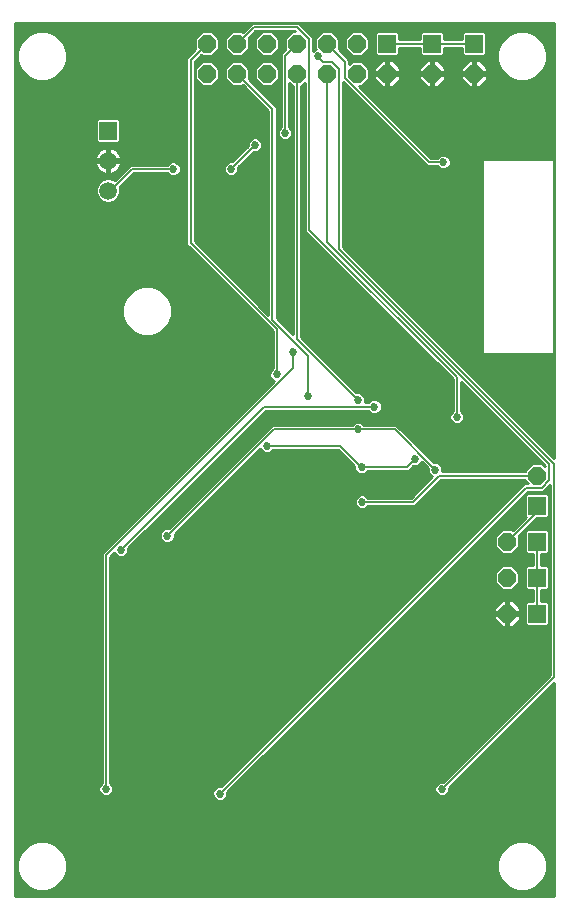
<source format=gbl>
G75*
%MOIN*%
%OFA0B0*%
%FSLAX24Y24*%
%IPPOS*%
%LPD*%
%AMOC8*
5,1,8,0,0,1.08239X$1,22.5*
%
%ADD10R,0.0591X0.0591*%
%ADD11C,0.0591*%
%ADD12OC8,0.0591*%
%ADD13C,0.0060*%
%ADD14C,0.0270*%
%ADD15C,0.0100*%
D10*
X003781Y025850D03*
X013081Y028750D03*
X014581Y028750D03*
X015981Y028750D03*
X018081Y013350D03*
X018081Y012150D03*
X018081Y010950D03*
X018081Y009750D03*
D11*
X003781Y023850D03*
X003781Y024850D03*
D12*
X007081Y027750D03*
X007081Y028750D03*
X008081Y028750D03*
X008081Y027750D03*
X009081Y027750D03*
X009081Y028750D03*
X010081Y028750D03*
X010081Y027750D03*
X011081Y027750D03*
X011081Y028750D03*
X012081Y028750D03*
X012081Y027750D03*
X013081Y027750D03*
X014581Y027750D03*
X015981Y027750D03*
X018081Y014350D03*
X017081Y012150D03*
X017081Y010950D03*
X017081Y009750D03*
D13*
X018081Y009750D02*
X018081Y010950D01*
X018081Y012150D01*
X018081Y013150D02*
X018081Y013350D01*
X018081Y013150D02*
X017081Y012150D01*
X017706Y013950D02*
X007506Y003750D01*
X003706Y003900D02*
X003706Y011700D01*
X009956Y017950D01*
X009956Y018475D01*
X010081Y018900D02*
X012106Y016875D01*
X012656Y016650D02*
X008981Y016650D01*
X004206Y011875D01*
X005756Y012350D02*
X009306Y015900D01*
X012106Y015900D01*
X013331Y015900D01*
X014681Y014550D01*
X014806Y014350D02*
X013931Y013475D01*
X012256Y013475D01*
X012231Y014650D02*
X012206Y014650D01*
X011506Y015350D01*
X009081Y015350D01*
X010456Y017000D02*
X010456Y018350D01*
X009256Y019550D01*
X009256Y026575D01*
X008081Y027750D01*
X008081Y028750D02*
X008631Y029300D01*
X010081Y029300D01*
X010481Y028900D01*
X010481Y022550D01*
X015406Y017625D01*
X015406Y016300D01*
X014806Y014350D02*
X018081Y014350D01*
X018231Y013950D02*
X018481Y014200D01*
X018481Y014725D01*
X011081Y022125D01*
X011081Y027750D01*
X010956Y028150D02*
X011231Y028150D01*
X011481Y027900D01*
X011481Y021900D01*
X018656Y014725D01*
X018656Y007650D01*
X014906Y003900D01*
X017706Y013950D02*
X018231Y013950D01*
X014006Y014900D02*
X013756Y014650D01*
X012231Y014650D01*
X010081Y018900D02*
X010081Y027750D01*
X009681Y028350D02*
X010081Y028750D01*
X009681Y028350D02*
X009681Y025775D01*
X008681Y025375D02*
X007881Y024575D01*
X008391Y025950D02*
X007271Y025950D01*
X007271Y025960D01*
X005956Y024575D02*
X004581Y024575D01*
X003856Y023850D01*
X003781Y023850D01*
X006531Y022100D02*
X006531Y028200D01*
X007081Y028750D01*
X010781Y028325D02*
X010956Y028150D01*
X011081Y028750D02*
X011681Y028150D01*
X011681Y027600D01*
X014481Y024800D01*
X014956Y024800D01*
X014581Y028750D02*
X013081Y028750D01*
X014581Y028750D02*
X015981Y028750D01*
X006531Y022100D02*
X009406Y019225D01*
X009406Y017725D01*
D14*
X009406Y017725D03*
X009956Y018475D03*
X010456Y017000D03*
X012106Y016875D03*
X012656Y016650D03*
X012106Y015900D03*
X012231Y014650D03*
X012256Y013475D03*
X014006Y014900D03*
X014681Y014550D03*
X015406Y016300D03*
X014956Y024800D03*
X010781Y028325D03*
X009681Y025775D03*
X008681Y025375D03*
X008391Y025950D03*
X007881Y024575D03*
X005956Y024575D03*
X009081Y015350D03*
X005756Y012350D03*
X004206Y011875D03*
X003706Y003900D03*
X007506Y003750D03*
X014906Y003900D03*
D15*
X000681Y000350D02*
X000681Y029446D01*
X018651Y029446D01*
X018651Y014928D01*
X011621Y021958D01*
X011621Y027462D01*
X011623Y027460D01*
X014423Y024660D01*
X014749Y024660D01*
X014817Y024592D01*
X014907Y024555D01*
X015004Y024555D01*
X015094Y024592D01*
X015163Y024661D01*
X015201Y024751D01*
X015201Y024849D01*
X015163Y024939D01*
X015094Y025008D01*
X015004Y025045D01*
X014907Y025045D01*
X014817Y025008D01*
X014749Y024940D01*
X014539Y024940D01*
X012134Y027345D01*
X012249Y027345D01*
X012486Y027582D01*
X012486Y027918D01*
X012249Y028155D01*
X011913Y028155D01*
X011821Y028063D01*
X011821Y028208D01*
X011466Y028562D01*
X011486Y028582D01*
X011486Y028918D01*
X011249Y029155D01*
X010913Y029155D01*
X010675Y028918D01*
X010675Y028582D01*
X010701Y028557D01*
X010642Y028533D01*
X010621Y028511D01*
X010621Y028958D01*
X010221Y029358D01*
X010139Y029440D01*
X008573Y029440D01*
X008268Y029136D01*
X008249Y029155D01*
X007913Y029155D01*
X007675Y028918D01*
X007675Y028582D01*
X007913Y028345D01*
X008249Y028345D01*
X008486Y028582D01*
X008486Y028918D01*
X008466Y028938D01*
X008689Y029160D01*
X010023Y029160D01*
X010027Y029155D01*
X009913Y029155D01*
X009675Y028918D01*
X009675Y028582D01*
X009695Y028562D01*
X009541Y028408D01*
X009541Y025981D01*
X009473Y025914D01*
X009436Y025824D01*
X009436Y025726D01*
X009473Y025636D01*
X009542Y025567D01*
X009632Y025530D01*
X009729Y025530D01*
X009819Y025567D01*
X009888Y025636D01*
X009926Y025726D01*
X009926Y025824D01*
X009888Y025914D01*
X009821Y025981D01*
X009821Y027437D01*
X009913Y027345D01*
X009941Y027345D01*
X009941Y019063D01*
X009396Y019608D01*
X009396Y026633D01*
X008466Y027562D01*
X008486Y027582D01*
X008486Y027918D01*
X008249Y028155D01*
X007913Y028155D01*
X007675Y027918D01*
X007675Y027582D01*
X007913Y027345D01*
X008249Y027345D01*
X008268Y027364D01*
X009116Y026517D01*
X009116Y019713D01*
X006671Y022158D01*
X006671Y028142D01*
X006893Y028364D01*
X006913Y028345D01*
X007249Y028345D01*
X007486Y028582D01*
X007486Y028918D01*
X007249Y029155D01*
X006913Y029155D01*
X006675Y028918D01*
X006675Y028582D01*
X006695Y028562D01*
X006391Y028258D01*
X006391Y022042D01*
X006473Y021960D01*
X009266Y019167D01*
X009266Y017931D01*
X009198Y017864D01*
X009161Y017774D01*
X009161Y017676D01*
X009198Y017586D01*
X009267Y017517D01*
X009308Y017500D01*
X003648Y011840D01*
X003566Y011758D01*
X003566Y004106D01*
X003498Y004039D01*
X003461Y003949D01*
X003461Y003851D01*
X003498Y003761D01*
X003567Y003692D01*
X003657Y003655D01*
X003754Y003655D01*
X003844Y003692D01*
X003913Y003761D01*
X003951Y003851D01*
X003951Y003949D01*
X003913Y004039D01*
X003846Y004106D01*
X003846Y011642D01*
X003981Y011777D01*
X003998Y011736D01*
X004067Y011667D01*
X004157Y011630D01*
X004254Y011630D01*
X004344Y011667D01*
X004413Y011736D01*
X004451Y011826D01*
X004451Y011922D01*
X009039Y016510D01*
X012449Y016510D01*
X012517Y016442D01*
X012607Y016405D01*
X012704Y016405D01*
X012794Y016442D01*
X012863Y016511D01*
X012901Y016601D01*
X012901Y016699D01*
X012863Y016789D01*
X012794Y016858D01*
X012704Y016895D01*
X012607Y016895D01*
X012517Y016858D01*
X012449Y016790D01*
X012336Y016790D01*
X012351Y016826D01*
X012351Y016924D01*
X012313Y017014D01*
X012244Y017083D01*
X012154Y017120D01*
X012059Y017120D01*
X010221Y018958D01*
X010221Y027345D01*
X010249Y027345D01*
X010341Y027437D01*
X010341Y022492D01*
X010423Y022410D01*
X015266Y017567D01*
X015266Y016506D01*
X015198Y016439D01*
X015161Y016349D01*
X015161Y016251D01*
X015198Y016161D01*
X015267Y016092D01*
X015357Y016055D01*
X015454Y016055D01*
X015544Y016092D01*
X015613Y016161D01*
X015651Y016251D01*
X015651Y016349D01*
X015613Y016439D01*
X015546Y016506D01*
X015546Y017462D01*
X018341Y014667D01*
X018341Y014663D01*
X018249Y014755D01*
X017913Y014755D01*
X017675Y014518D01*
X017675Y014490D01*
X014921Y014490D01*
X014926Y014501D01*
X014926Y014599D01*
X014888Y014689D01*
X014819Y014758D01*
X014729Y014795D01*
X014634Y014795D01*
X013389Y016040D01*
X012312Y016040D01*
X012244Y016108D01*
X012154Y016145D01*
X012057Y016145D01*
X011967Y016108D01*
X011899Y016040D01*
X009248Y016040D01*
X005803Y012595D01*
X005707Y012595D01*
X005617Y012558D01*
X005548Y012489D01*
X005511Y012399D01*
X005511Y012301D01*
X005548Y012211D01*
X005617Y012142D01*
X005707Y012105D01*
X005804Y012105D01*
X005894Y012142D01*
X005963Y012211D01*
X006001Y012301D01*
X006001Y012397D01*
X008856Y015252D01*
X008873Y015211D01*
X008942Y015142D01*
X009032Y015105D01*
X009129Y015105D01*
X009219Y015142D01*
X009287Y015210D01*
X011448Y015210D01*
X011986Y014672D01*
X011986Y014601D01*
X012023Y014511D01*
X012092Y014442D01*
X012182Y014405D01*
X012279Y014405D01*
X012369Y014442D01*
X012437Y014510D01*
X013814Y014510D01*
X013959Y014655D01*
X014054Y014655D01*
X014144Y014692D01*
X014213Y014761D01*
X014230Y014802D01*
X014436Y014597D01*
X014436Y014501D01*
X014473Y014411D01*
X014542Y014342D01*
X014583Y014325D01*
X013873Y013615D01*
X012462Y013615D01*
X012394Y013683D01*
X012304Y013720D01*
X012207Y013720D01*
X012117Y013683D01*
X012048Y013614D01*
X012011Y013524D01*
X012011Y013426D01*
X012048Y013336D01*
X012117Y013267D01*
X012207Y013230D01*
X012304Y013230D01*
X012394Y013267D01*
X012462Y013335D01*
X013989Y013335D01*
X014071Y013417D01*
X014864Y014210D01*
X017675Y014210D01*
X017675Y014182D01*
X017768Y014090D01*
X017648Y014090D01*
X007553Y003995D01*
X007457Y003995D01*
X007367Y003958D01*
X007298Y003889D01*
X007261Y003799D01*
X007261Y003701D01*
X007298Y003611D01*
X007367Y003542D01*
X007457Y003505D01*
X007554Y003505D01*
X007644Y003542D01*
X007713Y003611D01*
X007751Y003701D01*
X007751Y003797D01*
X017764Y013810D01*
X018289Y013810D01*
X018371Y013892D01*
X018516Y014037D01*
X018516Y007708D01*
X014953Y004145D01*
X014857Y004145D01*
X014767Y004108D01*
X014698Y004039D01*
X014661Y003949D01*
X014661Y003851D01*
X014698Y003761D01*
X014767Y003692D01*
X014857Y003655D01*
X014954Y003655D01*
X015044Y003692D01*
X015113Y003761D01*
X015151Y003851D01*
X015151Y003947D01*
X018651Y007447D01*
X018651Y000350D01*
X000681Y000350D01*
X000681Y000446D02*
X018651Y000446D01*
X018651Y000544D02*
X017830Y000544D01*
X017736Y000505D02*
X018041Y000631D01*
X018275Y000865D01*
X018401Y001170D01*
X018401Y001500D01*
X018275Y001805D01*
X018041Y002039D01*
X017736Y002165D01*
X017406Y002165D01*
X017101Y002039D01*
X016868Y001805D01*
X016741Y001500D01*
X016741Y001170D01*
X016868Y000865D01*
X017101Y000631D01*
X017406Y000505D01*
X017736Y000505D01*
X018052Y000643D02*
X018651Y000643D01*
X018651Y000741D02*
X018151Y000741D01*
X018249Y000840D02*
X018651Y000840D01*
X018651Y000938D02*
X018305Y000938D01*
X018346Y001037D02*
X018651Y001037D01*
X018651Y001135D02*
X018387Y001135D01*
X018401Y001234D02*
X018651Y001234D01*
X018651Y001332D02*
X018401Y001332D01*
X018401Y001431D02*
X018651Y001431D01*
X018651Y001529D02*
X018389Y001529D01*
X018348Y001628D02*
X018651Y001628D01*
X018651Y001726D02*
X018308Y001726D01*
X018255Y001825D02*
X018651Y001825D01*
X018651Y001923D02*
X018157Y001923D01*
X018058Y002022D02*
X018651Y002022D01*
X018651Y002120D02*
X017845Y002120D01*
X017298Y002120D02*
X001845Y002120D01*
X001736Y002165D02*
X001406Y002165D01*
X001101Y002039D01*
X000868Y001805D01*
X000741Y001500D01*
X000741Y001170D01*
X000868Y000865D01*
X001101Y000631D01*
X001406Y000505D01*
X001736Y000505D01*
X002041Y000631D01*
X002275Y000865D01*
X002401Y001170D01*
X002401Y001500D01*
X002275Y001805D01*
X002041Y002039D01*
X001736Y002165D01*
X002058Y002022D02*
X017084Y002022D01*
X016986Y001923D02*
X002157Y001923D01*
X002255Y001825D02*
X016887Y001825D01*
X016835Y001726D02*
X002308Y001726D01*
X002348Y001628D02*
X016794Y001628D01*
X016753Y001529D02*
X002389Y001529D01*
X002401Y001431D02*
X016741Y001431D01*
X016741Y001332D02*
X002401Y001332D01*
X002401Y001234D02*
X016741Y001234D01*
X016756Y001135D02*
X002387Y001135D01*
X002346Y001037D02*
X016797Y001037D01*
X016837Y000938D02*
X002305Y000938D01*
X002249Y000840D02*
X016893Y000840D01*
X016992Y000741D02*
X002151Y000741D01*
X002052Y000643D02*
X017090Y000643D01*
X017312Y000544D02*
X001830Y000544D01*
X001312Y000544D02*
X000681Y000544D01*
X000681Y000643D02*
X001090Y000643D01*
X000992Y000741D02*
X000681Y000741D01*
X000681Y000840D02*
X000893Y000840D01*
X000837Y000938D02*
X000681Y000938D01*
X000681Y001037D02*
X000797Y001037D01*
X000756Y001135D02*
X000681Y001135D01*
X000681Y001234D02*
X000741Y001234D01*
X000741Y001332D02*
X000681Y001332D01*
X000681Y001431D02*
X000741Y001431D01*
X000753Y001529D02*
X000681Y001529D01*
X000681Y001628D02*
X000794Y001628D01*
X000835Y001726D02*
X000681Y001726D01*
X000681Y001825D02*
X000887Y001825D01*
X000986Y001923D02*
X000681Y001923D01*
X000681Y002022D02*
X001084Y002022D01*
X001298Y002120D02*
X000681Y002120D01*
X000681Y002219D02*
X018651Y002219D01*
X018651Y002317D02*
X000681Y002317D01*
X000681Y002416D02*
X018651Y002416D01*
X018651Y002514D02*
X000681Y002514D01*
X000681Y002613D02*
X018651Y002613D01*
X018651Y002711D02*
X000681Y002711D01*
X000681Y002810D02*
X018651Y002810D01*
X018651Y002908D02*
X000681Y002908D01*
X000681Y003007D02*
X018651Y003007D01*
X018651Y003105D02*
X000681Y003105D01*
X000681Y003204D02*
X018651Y003204D01*
X018651Y003302D02*
X000681Y003302D01*
X000681Y003401D02*
X018651Y003401D01*
X018651Y003499D02*
X000681Y003499D01*
X000681Y003598D02*
X007312Y003598D01*
X007263Y003696D02*
X003848Y003696D01*
X003927Y003795D02*
X007261Y003795D01*
X007302Y003893D02*
X003951Y003893D01*
X003933Y003992D02*
X007449Y003992D01*
X007648Y004090D02*
X003862Y004090D01*
X003846Y004189D02*
X007746Y004189D01*
X007845Y004287D02*
X003846Y004287D01*
X003846Y004386D02*
X007943Y004386D01*
X008042Y004484D02*
X003846Y004484D01*
X003846Y004583D02*
X008140Y004583D01*
X008239Y004681D02*
X003846Y004681D01*
X003846Y004780D02*
X008337Y004780D01*
X008436Y004878D02*
X003846Y004878D01*
X003846Y004977D02*
X008534Y004977D01*
X008633Y005075D02*
X003846Y005075D01*
X003846Y005174D02*
X008731Y005174D01*
X008830Y005272D02*
X003846Y005272D01*
X003846Y005371D02*
X008928Y005371D01*
X009027Y005469D02*
X003846Y005469D01*
X003846Y005568D02*
X009125Y005568D01*
X009224Y005666D02*
X003846Y005666D01*
X003846Y005765D02*
X009322Y005765D01*
X009421Y005863D02*
X003846Y005863D01*
X003846Y005962D02*
X009519Y005962D01*
X009618Y006060D02*
X003846Y006060D01*
X003846Y006159D02*
X009716Y006159D01*
X009815Y006257D02*
X003846Y006257D01*
X003846Y006356D02*
X009913Y006356D01*
X010012Y006454D02*
X003846Y006454D01*
X003846Y006553D02*
X010110Y006553D01*
X010209Y006651D02*
X003846Y006651D01*
X003846Y006750D02*
X010307Y006750D01*
X010406Y006848D02*
X003846Y006848D01*
X003846Y006947D02*
X010504Y006947D01*
X010603Y007045D02*
X003846Y007045D01*
X003846Y007144D02*
X010701Y007144D01*
X010800Y007242D02*
X003846Y007242D01*
X003846Y007341D02*
X010898Y007341D01*
X010997Y007439D02*
X003846Y007439D01*
X003846Y007538D02*
X011095Y007538D01*
X011194Y007636D02*
X003846Y007636D01*
X003846Y007735D02*
X011292Y007735D01*
X011391Y007833D02*
X003846Y007833D01*
X003846Y007932D02*
X011489Y007932D01*
X011588Y008030D02*
X003846Y008030D01*
X003846Y008129D02*
X011686Y008129D01*
X011785Y008227D02*
X003846Y008227D01*
X003846Y008326D02*
X011883Y008326D01*
X011982Y008424D02*
X003846Y008424D01*
X003846Y008523D02*
X012080Y008523D01*
X012179Y008621D02*
X003846Y008621D01*
X003846Y008720D02*
X012277Y008720D01*
X012376Y008818D02*
X003846Y008818D01*
X003846Y008917D02*
X012474Y008917D01*
X012573Y009015D02*
X003846Y009015D01*
X003846Y009114D02*
X012671Y009114D01*
X012770Y009212D02*
X003846Y009212D01*
X003846Y009311D02*
X012868Y009311D01*
X012967Y009409D02*
X003846Y009409D01*
X003846Y009508D02*
X013065Y009508D01*
X013164Y009606D02*
X003846Y009606D01*
X003846Y009705D02*
X013262Y009705D01*
X013361Y009803D02*
X003846Y009803D01*
X003846Y009902D02*
X013459Y009902D01*
X013558Y010000D02*
X003846Y010000D01*
X003846Y010099D02*
X013656Y010099D01*
X013755Y010197D02*
X003846Y010197D01*
X003846Y010296D02*
X013853Y010296D01*
X013952Y010394D02*
X003846Y010394D01*
X003846Y010493D02*
X014050Y010493D01*
X014149Y010591D02*
X003846Y010591D01*
X003846Y010690D02*
X014247Y010690D01*
X014346Y010788D02*
X003846Y010788D01*
X003846Y010887D02*
X014444Y010887D01*
X014543Y010985D02*
X003846Y010985D01*
X003846Y011084D02*
X014641Y011084D01*
X014740Y011182D02*
X003846Y011182D01*
X003846Y011281D02*
X014838Y011281D01*
X014937Y011379D02*
X003846Y011379D01*
X003846Y011478D02*
X015035Y011478D01*
X015134Y011576D02*
X003846Y011576D01*
X003878Y011675D02*
X004060Y011675D01*
X003983Y011773D02*
X003977Y011773D01*
X003778Y011970D02*
X000681Y011970D01*
X000681Y011872D02*
X003679Y011872D01*
X003581Y011773D02*
X000681Y011773D01*
X000681Y011675D02*
X003566Y011675D01*
X003566Y011576D02*
X000681Y011576D01*
X000681Y011478D02*
X003566Y011478D01*
X003566Y011379D02*
X000681Y011379D01*
X000681Y011281D02*
X003566Y011281D01*
X003566Y011182D02*
X000681Y011182D01*
X000681Y011084D02*
X003566Y011084D01*
X003566Y010985D02*
X000681Y010985D01*
X000681Y010887D02*
X003566Y010887D01*
X003566Y010788D02*
X000681Y010788D01*
X000681Y010690D02*
X003566Y010690D01*
X003566Y010591D02*
X000681Y010591D01*
X000681Y010493D02*
X003566Y010493D01*
X003566Y010394D02*
X000681Y010394D01*
X000681Y010296D02*
X003566Y010296D01*
X003566Y010197D02*
X000681Y010197D01*
X000681Y010099D02*
X003566Y010099D01*
X003566Y010000D02*
X000681Y010000D01*
X000681Y009902D02*
X003566Y009902D01*
X003566Y009803D02*
X000681Y009803D01*
X000681Y009705D02*
X003566Y009705D01*
X003566Y009606D02*
X000681Y009606D01*
X000681Y009508D02*
X003566Y009508D01*
X003566Y009409D02*
X000681Y009409D01*
X000681Y009311D02*
X003566Y009311D01*
X003566Y009212D02*
X000681Y009212D01*
X000681Y009114D02*
X003566Y009114D01*
X003566Y009015D02*
X000681Y009015D01*
X000681Y008917D02*
X003566Y008917D01*
X003566Y008818D02*
X000681Y008818D01*
X000681Y008720D02*
X003566Y008720D01*
X003566Y008621D02*
X000681Y008621D01*
X000681Y008523D02*
X003566Y008523D01*
X003566Y008424D02*
X000681Y008424D01*
X000681Y008326D02*
X003566Y008326D01*
X003566Y008227D02*
X000681Y008227D01*
X000681Y008129D02*
X003566Y008129D01*
X003566Y008030D02*
X000681Y008030D01*
X000681Y007932D02*
X003566Y007932D01*
X003566Y007833D02*
X000681Y007833D01*
X000681Y007735D02*
X003566Y007735D01*
X003566Y007636D02*
X000681Y007636D01*
X000681Y007538D02*
X003566Y007538D01*
X003566Y007439D02*
X000681Y007439D01*
X000681Y007341D02*
X003566Y007341D01*
X003566Y007242D02*
X000681Y007242D01*
X000681Y007144D02*
X003566Y007144D01*
X003566Y007045D02*
X000681Y007045D01*
X000681Y006947D02*
X003566Y006947D01*
X003566Y006848D02*
X000681Y006848D01*
X000681Y006750D02*
X003566Y006750D01*
X003566Y006651D02*
X000681Y006651D01*
X000681Y006553D02*
X003566Y006553D01*
X003566Y006454D02*
X000681Y006454D01*
X000681Y006356D02*
X003566Y006356D01*
X003566Y006257D02*
X000681Y006257D01*
X000681Y006159D02*
X003566Y006159D01*
X003566Y006060D02*
X000681Y006060D01*
X000681Y005962D02*
X003566Y005962D01*
X003566Y005863D02*
X000681Y005863D01*
X000681Y005765D02*
X003566Y005765D01*
X003566Y005666D02*
X000681Y005666D01*
X000681Y005568D02*
X003566Y005568D01*
X003566Y005469D02*
X000681Y005469D01*
X000681Y005371D02*
X003566Y005371D01*
X003566Y005272D02*
X000681Y005272D01*
X000681Y005174D02*
X003566Y005174D01*
X003566Y005075D02*
X000681Y005075D01*
X000681Y004977D02*
X003566Y004977D01*
X003566Y004878D02*
X000681Y004878D01*
X000681Y004780D02*
X003566Y004780D01*
X003566Y004681D02*
X000681Y004681D01*
X000681Y004583D02*
X003566Y004583D01*
X003566Y004484D02*
X000681Y004484D01*
X000681Y004386D02*
X003566Y004386D01*
X003566Y004287D02*
X000681Y004287D01*
X000681Y004189D02*
X003566Y004189D01*
X003549Y004090D02*
X000681Y004090D01*
X000681Y003992D02*
X003478Y003992D01*
X003461Y003893D02*
X000681Y003893D01*
X000681Y003795D02*
X003484Y003795D01*
X003563Y003696D02*
X000681Y003696D01*
X004352Y011675D02*
X015232Y011675D01*
X015331Y011773D02*
X004429Y011773D01*
X004451Y011872D02*
X015429Y011872D01*
X015528Y011970D02*
X004499Y011970D01*
X004597Y012069D02*
X015626Y012069D01*
X015725Y012167D02*
X005919Y012167D01*
X005986Y012266D02*
X015823Y012266D01*
X015922Y012364D02*
X006001Y012364D01*
X006066Y012463D02*
X016020Y012463D01*
X016119Y012561D02*
X006165Y012561D01*
X006263Y012660D02*
X016217Y012660D01*
X016316Y012758D02*
X006362Y012758D01*
X006460Y012857D02*
X016414Y012857D01*
X016513Y012955D02*
X006559Y012955D01*
X006657Y013054D02*
X016611Y013054D01*
X016710Y013152D02*
X006756Y013152D01*
X006854Y013251D02*
X012157Y013251D01*
X012043Y013349D02*
X006953Y013349D01*
X007051Y013448D02*
X012011Y013448D01*
X012020Y013546D02*
X007150Y013546D01*
X007248Y013645D02*
X012079Y013645D01*
X012433Y013645D02*
X013902Y013645D01*
X014001Y013743D02*
X007347Y013743D01*
X007445Y013842D02*
X014099Y013842D01*
X014198Y013940D02*
X007544Y013940D01*
X007642Y014039D02*
X014296Y014039D01*
X014395Y014137D02*
X007741Y014137D01*
X007839Y014236D02*
X014493Y014236D01*
X014562Y014334D02*
X007938Y014334D01*
X008036Y014433D02*
X012115Y014433D01*
X012015Y014531D02*
X008135Y014531D01*
X008233Y014630D02*
X011986Y014630D01*
X011930Y014728D02*
X008332Y014728D01*
X008430Y014827D02*
X011831Y014827D01*
X011733Y014925D02*
X008529Y014925D01*
X008627Y015024D02*
X011634Y015024D01*
X011536Y015122D02*
X009171Y015122D01*
X008991Y015122D02*
X008726Y015122D01*
X008824Y015221D02*
X008869Y015221D01*
X008625Y015418D02*
X007946Y015418D01*
X008045Y015516D02*
X008724Y015516D01*
X008822Y015615D02*
X008143Y015615D01*
X008242Y015713D02*
X008921Y015713D01*
X009019Y015812D02*
X008340Y015812D01*
X008439Y015910D02*
X009118Y015910D01*
X009216Y016009D02*
X008537Y016009D01*
X008636Y016107D02*
X011966Y016107D01*
X012245Y016107D02*
X015252Y016107D01*
X015180Y016206D02*
X008734Y016206D01*
X008833Y016304D02*
X015161Y016304D01*
X015183Y016403D02*
X008931Y016403D01*
X009030Y016501D02*
X012458Y016501D01*
X012456Y016797D02*
X012338Y016797D01*
X012351Y016895D02*
X015266Y016895D01*
X015266Y016797D02*
X012856Y016797D01*
X012901Y016698D02*
X015266Y016698D01*
X015266Y016600D02*
X012900Y016600D01*
X012853Y016501D02*
X015260Y016501D01*
X015551Y016501D02*
X016507Y016501D01*
X016605Y016403D02*
X015628Y016403D01*
X015651Y016304D02*
X016704Y016304D01*
X016802Y016206D02*
X015632Y016206D01*
X015559Y016107D02*
X016901Y016107D01*
X016999Y016009D02*
X013420Y016009D01*
X013519Y015910D02*
X017098Y015910D01*
X017196Y015812D02*
X013617Y015812D01*
X013716Y015713D02*
X017295Y015713D01*
X017393Y015615D02*
X013814Y015615D01*
X013913Y015516D02*
X017492Y015516D01*
X017590Y015418D02*
X014011Y015418D01*
X014110Y015319D02*
X017689Y015319D01*
X017787Y015221D02*
X014208Y015221D01*
X014307Y015122D02*
X017886Y015122D01*
X017984Y015024D02*
X014405Y015024D01*
X014504Y014925D02*
X018083Y014925D01*
X018181Y014827D02*
X014602Y014827D01*
X014403Y014630D02*
X013933Y014630D01*
X013835Y014531D02*
X014436Y014531D01*
X014464Y014433D02*
X012346Y014433D01*
X012354Y013251D02*
X016808Y013251D01*
X016907Y013349D02*
X014003Y013349D01*
X014101Y013448D02*
X017005Y013448D01*
X017104Y013546D02*
X014200Y013546D01*
X014298Y013645D02*
X017202Y013645D01*
X017301Y013743D02*
X014397Y013743D01*
X014495Y013842D02*
X017399Y013842D01*
X017498Y013940D02*
X014594Y013940D01*
X014692Y014039D02*
X017596Y014039D01*
X017721Y014137D02*
X014791Y014137D01*
X014926Y014531D02*
X017689Y014531D01*
X017787Y014630D02*
X014913Y014630D01*
X014849Y014728D02*
X017886Y014728D01*
X018276Y014728D02*
X018280Y014728D01*
X018555Y015024D02*
X018651Y015024D01*
X018651Y015122D02*
X018457Y015122D01*
X018358Y015221D02*
X018651Y015221D01*
X018651Y015319D02*
X018260Y015319D01*
X018161Y015418D02*
X018651Y015418D01*
X018651Y015516D02*
X018063Y015516D01*
X017964Y015615D02*
X018651Y015615D01*
X018651Y015713D02*
X017866Y015713D01*
X017767Y015812D02*
X018651Y015812D01*
X018651Y015910D02*
X017669Y015910D01*
X017570Y016009D02*
X018651Y016009D01*
X018651Y016107D02*
X017472Y016107D01*
X017373Y016206D02*
X018651Y016206D01*
X018651Y016304D02*
X017275Y016304D01*
X017176Y016403D02*
X018651Y016403D01*
X018651Y016501D02*
X017078Y016501D01*
X016979Y016600D02*
X018651Y016600D01*
X018651Y016698D02*
X016881Y016698D01*
X016782Y016797D02*
X018651Y016797D01*
X018651Y016895D02*
X016684Y016895D01*
X016585Y016994D02*
X018651Y016994D01*
X018651Y017092D02*
X016487Y017092D01*
X016388Y017191D02*
X018651Y017191D01*
X018651Y017289D02*
X016290Y017289D01*
X016191Y017388D02*
X018651Y017388D01*
X018651Y017486D02*
X016093Y017486D01*
X015994Y017585D02*
X018651Y017585D01*
X018651Y017683D02*
X015896Y017683D01*
X015797Y017782D02*
X018651Y017782D01*
X018651Y017880D02*
X015699Y017880D01*
X015600Y017979D02*
X018651Y017979D01*
X018651Y018077D02*
X015502Y018077D01*
X015403Y018176D02*
X018651Y018176D01*
X018651Y018274D02*
X015305Y018274D01*
X015206Y018373D02*
X018651Y018373D01*
X018611Y018390D02*
X018641Y018419D01*
X018641Y024861D01*
X018611Y024890D01*
X016270Y024890D01*
X016241Y024861D01*
X016241Y018419D01*
X016270Y018390D01*
X018611Y018390D01*
X018641Y018471D02*
X018651Y018471D01*
X018641Y018570D02*
X018651Y018570D01*
X018641Y018668D02*
X018651Y018668D01*
X018641Y018767D02*
X018651Y018767D01*
X018641Y018865D02*
X018651Y018865D01*
X018641Y018964D02*
X018651Y018964D01*
X018641Y019062D02*
X018651Y019062D01*
X018641Y019161D02*
X018651Y019161D01*
X018641Y019259D02*
X018651Y019259D01*
X018641Y019358D02*
X018651Y019358D01*
X018641Y019456D02*
X018651Y019456D01*
X018641Y019555D02*
X018651Y019555D01*
X018641Y019653D02*
X018651Y019653D01*
X018641Y019752D02*
X018651Y019752D01*
X018641Y019850D02*
X018651Y019850D01*
X018641Y019949D02*
X018651Y019949D01*
X018641Y020047D02*
X018651Y020047D01*
X018641Y020146D02*
X018651Y020146D01*
X018641Y020244D02*
X018651Y020244D01*
X018641Y020343D02*
X018651Y020343D01*
X018641Y020441D02*
X018651Y020441D01*
X018641Y020540D02*
X018651Y020540D01*
X018641Y020638D02*
X018651Y020638D01*
X018641Y020737D02*
X018651Y020737D01*
X018641Y020835D02*
X018651Y020835D01*
X018641Y020934D02*
X018651Y020934D01*
X018641Y021032D02*
X018651Y021032D01*
X018641Y021131D02*
X018651Y021131D01*
X018641Y021229D02*
X018651Y021229D01*
X018641Y021328D02*
X018651Y021328D01*
X018641Y021426D02*
X018651Y021426D01*
X018641Y021525D02*
X018651Y021525D01*
X018641Y021623D02*
X018651Y021623D01*
X018641Y021722D02*
X018651Y021722D01*
X018641Y021820D02*
X018651Y021820D01*
X018641Y021919D02*
X018651Y021919D01*
X018641Y022017D02*
X018651Y022017D01*
X018641Y022116D02*
X018651Y022116D01*
X018641Y022214D02*
X018651Y022214D01*
X018641Y022313D02*
X018651Y022313D01*
X018641Y022411D02*
X018651Y022411D01*
X018641Y022510D02*
X018651Y022510D01*
X018641Y022608D02*
X018651Y022608D01*
X018641Y022707D02*
X018651Y022707D01*
X018641Y022805D02*
X018651Y022805D01*
X018641Y022904D02*
X018651Y022904D01*
X018641Y023002D02*
X018651Y023002D01*
X018641Y023101D02*
X018651Y023101D01*
X018641Y023199D02*
X018651Y023199D01*
X018641Y023298D02*
X018651Y023298D01*
X018641Y023396D02*
X018651Y023396D01*
X018641Y023495D02*
X018651Y023495D01*
X018641Y023593D02*
X018651Y023593D01*
X018641Y023692D02*
X018651Y023692D01*
X018641Y023790D02*
X018651Y023790D01*
X018641Y023889D02*
X018651Y023889D01*
X018641Y023987D02*
X018651Y023987D01*
X018641Y024086D02*
X018651Y024086D01*
X018641Y024184D02*
X018651Y024184D01*
X018641Y024283D02*
X018651Y024283D01*
X018641Y024381D02*
X018651Y024381D01*
X018641Y024480D02*
X018651Y024480D01*
X018641Y024578D02*
X018651Y024578D01*
X018641Y024677D02*
X018651Y024677D01*
X018641Y024775D02*
X018651Y024775D01*
X018651Y024874D02*
X018628Y024874D01*
X018651Y024972D02*
X015130Y024972D01*
X015190Y024874D02*
X016254Y024874D01*
X016241Y024775D02*
X015201Y024775D01*
X015170Y024677D02*
X016241Y024677D01*
X016241Y024578D02*
X015060Y024578D01*
X014851Y024578D02*
X011621Y024578D01*
X011621Y024480D02*
X016241Y024480D01*
X016241Y024381D02*
X011621Y024381D01*
X011621Y024283D02*
X016241Y024283D01*
X016241Y024184D02*
X011621Y024184D01*
X011621Y024086D02*
X016241Y024086D01*
X016241Y023987D02*
X011621Y023987D01*
X011621Y023889D02*
X016241Y023889D01*
X016241Y023790D02*
X011621Y023790D01*
X011621Y023692D02*
X016241Y023692D01*
X016241Y023593D02*
X011621Y023593D01*
X011621Y023495D02*
X016241Y023495D01*
X016241Y023396D02*
X011621Y023396D01*
X011621Y023298D02*
X016241Y023298D01*
X016241Y023199D02*
X011621Y023199D01*
X011621Y023101D02*
X016241Y023101D01*
X016241Y023002D02*
X011621Y023002D01*
X011621Y022904D02*
X016241Y022904D01*
X016241Y022805D02*
X011621Y022805D01*
X011621Y022707D02*
X016241Y022707D01*
X016241Y022608D02*
X011621Y022608D01*
X011621Y022510D02*
X016241Y022510D01*
X016241Y022411D02*
X011621Y022411D01*
X011621Y022313D02*
X016241Y022313D01*
X016241Y022214D02*
X011621Y022214D01*
X011621Y022116D02*
X016241Y022116D01*
X016241Y022017D02*
X011621Y022017D01*
X011660Y021919D02*
X016241Y021919D01*
X016241Y021820D02*
X011759Y021820D01*
X011857Y021722D02*
X016241Y021722D01*
X016241Y021623D02*
X011956Y021623D01*
X012054Y021525D02*
X016241Y021525D01*
X016241Y021426D02*
X012153Y021426D01*
X012251Y021328D02*
X016241Y021328D01*
X016241Y021229D02*
X012350Y021229D01*
X012448Y021131D02*
X016241Y021131D01*
X016241Y021032D02*
X012547Y021032D01*
X012645Y020934D02*
X016241Y020934D01*
X016241Y020835D02*
X012744Y020835D01*
X012842Y020737D02*
X016241Y020737D01*
X016241Y020638D02*
X012941Y020638D01*
X013039Y020540D02*
X016241Y020540D01*
X016241Y020441D02*
X013138Y020441D01*
X013236Y020343D02*
X016241Y020343D01*
X016241Y020244D02*
X013335Y020244D01*
X013433Y020146D02*
X016241Y020146D01*
X016241Y020047D02*
X013532Y020047D01*
X013630Y019949D02*
X016241Y019949D01*
X016241Y019850D02*
X013729Y019850D01*
X013827Y019752D02*
X016241Y019752D01*
X016241Y019653D02*
X013926Y019653D01*
X014024Y019555D02*
X016241Y019555D01*
X016241Y019456D02*
X014123Y019456D01*
X014221Y019358D02*
X016241Y019358D01*
X016241Y019259D02*
X014320Y019259D01*
X014418Y019161D02*
X016241Y019161D01*
X016241Y019062D02*
X014517Y019062D01*
X014615Y018964D02*
X016241Y018964D01*
X016241Y018865D02*
X014714Y018865D01*
X014812Y018767D02*
X016241Y018767D01*
X016241Y018668D02*
X014911Y018668D01*
X015009Y018570D02*
X016241Y018570D01*
X016241Y018471D02*
X015108Y018471D01*
X014854Y017979D02*
X011200Y017979D01*
X011102Y018077D02*
X014756Y018077D01*
X014657Y018176D02*
X011003Y018176D01*
X010905Y018274D02*
X014559Y018274D01*
X014460Y018373D02*
X010806Y018373D01*
X010708Y018471D02*
X014362Y018471D01*
X014263Y018570D02*
X010609Y018570D01*
X010511Y018668D02*
X014165Y018668D01*
X014066Y018767D02*
X010412Y018767D01*
X010314Y018865D02*
X013968Y018865D01*
X013869Y018964D02*
X010221Y018964D01*
X010221Y019062D02*
X013771Y019062D01*
X013672Y019161D02*
X010221Y019161D01*
X010221Y019259D02*
X013574Y019259D01*
X013475Y019358D02*
X010221Y019358D01*
X010221Y019456D02*
X013377Y019456D01*
X013278Y019555D02*
X010221Y019555D01*
X010221Y019653D02*
X013180Y019653D01*
X013081Y019752D02*
X010221Y019752D01*
X010221Y019850D02*
X012983Y019850D01*
X012884Y019949D02*
X010221Y019949D01*
X010221Y020047D02*
X012786Y020047D01*
X012687Y020146D02*
X010221Y020146D01*
X010221Y020244D02*
X012589Y020244D01*
X012490Y020343D02*
X010221Y020343D01*
X010221Y020441D02*
X012392Y020441D01*
X012293Y020540D02*
X010221Y020540D01*
X010221Y020638D02*
X012195Y020638D01*
X012096Y020737D02*
X010221Y020737D01*
X010221Y020835D02*
X011998Y020835D01*
X011899Y020934D02*
X010221Y020934D01*
X010221Y021032D02*
X011801Y021032D01*
X011702Y021131D02*
X010221Y021131D01*
X010221Y021229D02*
X011604Y021229D01*
X011505Y021328D02*
X010221Y021328D01*
X010221Y021426D02*
X011407Y021426D01*
X011308Y021525D02*
X010221Y021525D01*
X010221Y021623D02*
X011210Y021623D01*
X011111Y021722D02*
X010221Y021722D01*
X010221Y021820D02*
X011013Y021820D01*
X010914Y021919D02*
X010221Y021919D01*
X010221Y022017D02*
X010816Y022017D01*
X010717Y022116D02*
X010221Y022116D01*
X010221Y022214D02*
X010619Y022214D01*
X010520Y022313D02*
X010221Y022313D01*
X010221Y022411D02*
X010422Y022411D01*
X010341Y022510D02*
X010221Y022510D01*
X010221Y022608D02*
X010341Y022608D01*
X010341Y022707D02*
X010221Y022707D01*
X010221Y022805D02*
X010341Y022805D01*
X010341Y022904D02*
X010221Y022904D01*
X010221Y023002D02*
X010341Y023002D01*
X010341Y023101D02*
X010221Y023101D01*
X010221Y023199D02*
X010341Y023199D01*
X010341Y023298D02*
X010221Y023298D01*
X010221Y023396D02*
X010341Y023396D01*
X010341Y023495D02*
X010221Y023495D01*
X010221Y023593D02*
X010341Y023593D01*
X010341Y023692D02*
X010221Y023692D01*
X010221Y023790D02*
X010341Y023790D01*
X010341Y023889D02*
X010221Y023889D01*
X010221Y023987D02*
X010341Y023987D01*
X010341Y024086D02*
X010221Y024086D01*
X010221Y024184D02*
X010341Y024184D01*
X010341Y024283D02*
X010221Y024283D01*
X010221Y024381D02*
X010341Y024381D01*
X010341Y024480D02*
X010221Y024480D01*
X010221Y024578D02*
X010341Y024578D01*
X010341Y024677D02*
X010221Y024677D01*
X010221Y024775D02*
X010341Y024775D01*
X010341Y024874D02*
X010221Y024874D01*
X010221Y024972D02*
X010341Y024972D01*
X010341Y025071D02*
X010221Y025071D01*
X010221Y025169D02*
X010341Y025169D01*
X010341Y025268D02*
X010221Y025268D01*
X010221Y025366D02*
X010341Y025366D01*
X010341Y025465D02*
X010221Y025465D01*
X010221Y025563D02*
X010341Y025563D01*
X010341Y025662D02*
X010221Y025662D01*
X010221Y025760D02*
X010341Y025760D01*
X010341Y025859D02*
X010221Y025859D01*
X010221Y025957D02*
X010341Y025957D01*
X010341Y026056D02*
X010221Y026056D01*
X010221Y026154D02*
X010341Y026154D01*
X010341Y026253D02*
X010221Y026253D01*
X010221Y026351D02*
X010341Y026351D01*
X010341Y026450D02*
X010221Y026450D01*
X010221Y026548D02*
X010341Y026548D01*
X010341Y026647D02*
X010221Y026647D01*
X010221Y026745D02*
X010341Y026745D01*
X010341Y026844D02*
X010221Y026844D01*
X010221Y026942D02*
X010341Y026942D01*
X010341Y027041D02*
X010221Y027041D01*
X010221Y027139D02*
X010341Y027139D01*
X010341Y027238D02*
X010221Y027238D01*
X010221Y027336D02*
X010341Y027336D01*
X010338Y027435D02*
X010341Y027435D01*
X009941Y027336D02*
X009821Y027336D01*
X009821Y027238D02*
X009941Y027238D01*
X009941Y027139D02*
X009821Y027139D01*
X009821Y027041D02*
X009941Y027041D01*
X009941Y026942D02*
X009821Y026942D01*
X009821Y026844D02*
X009941Y026844D01*
X009941Y026745D02*
X009821Y026745D01*
X009821Y026647D02*
X009941Y026647D01*
X009941Y026548D02*
X009821Y026548D01*
X009821Y026450D02*
X009941Y026450D01*
X009941Y026351D02*
X009821Y026351D01*
X009821Y026253D02*
X009941Y026253D01*
X009941Y026154D02*
X009821Y026154D01*
X009821Y026056D02*
X009941Y026056D01*
X009941Y025957D02*
X009845Y025957D01*
X009911Y025859D02*
X009941Y025859D01*
X009941Y025760D02*
X009926Y025760D01*
X009941Y025662D02*
X009899Y025662D01*
X009941Y025563D02*
X009809Y025563D01*
X009941Y025465D02*
X009396Y025465D01*
X009396Y025563D02*
X009552Y025563D01*
X009463Y025662D02*
X009396Y025662D01*
X009396Y025760D02*
X009436Y025760D01*
X009450Y025859D02*
X009396Y025859D01*
X009396Y025957D02*
X009516Y025957D01*
X009541Y026056D02*
X009396Y026056D01*
X009396Y026154D02*
X009541Y026154D01*
X009541Y026253D02*
X009396Y026253D01*
X009396Y026351D02*
X009541Y026351D01*
X009541Y026450D02*
X009396Y026450D01*
X009396Y026548D02*
X009541Y026548D01*
X009541Y026647D02*
X009382Y026647D01*
X009284Y026745D02*
X009541Y026745D01*
X009541Y026844D02*
X009185Y026844D01*
X009087Y026942D02*
X009541Y026942D01*
X009541Y027041D02*
X008988Y027041D01*
X008890Y027139D02*
X009541Y027139D01*
X009541Y027238D02*
X008791Y027238D01*
X008693Y027336D02*
X009541Y027336D01*
X009541Y027435D02*
X009338Y027435D01*
X009249Y027345D02*
X009486Y027582D01*
X009486Y027918D01*
X009249Y028155D01*
X008913Y028155D01*
X008675Y027918D01*
X008675Y027582D01*
X008913Y027345D01*
X009249Y027345D01*
X009437Y027533D02*
X009541Y027533D01*
X009541Y027632D02*
X009486Y027632D01*
X009486Y027730D02*
X009541Y027730D01*
X009541Y027829D02*
X009486Y027829D01*
X009477Y027927D02*
X009541Y027927D01*
X009541Y028026D02*
X009378Y028026D01*
X009280Y028124D02*
X009541Y028124D01*
X009541Y028223D02*
X006751Y028223D01*
X006671Y028124D02*
X006882Y028124D01*
X006913Y028155D02*
X006675Y027918D01*
X006675Y027582D01*
X006913Y027345D01*
X007249Y027345D01*
X007486Y027582D01*
X007486Y027918D01*
X007249Y028155D01*
X006913Y028155D01*
X006850Y028321D02*
X009541Y028321D01*
X009552Y028420D02*
X009323Y028420D01*
X009249Y028345D02*
X009486Y028582D01*
X009486Y028918D01*
X009249Y029155D01*
X008913Y029155D01*
X008675Y028918D01*
X008675Y028582D01*
X008913Y028345D01*
X009249Y028345D01*
X009422Y028518D02*
X009651Y028518D01*
X009675Y028617D02*
X009486Y028617D01*
X009486Y028715D02*
X009675Y028715D01*
X009675Y028814D02*
X009486Y028814D01*
X009486Y028912D02*
X009675Y028912D01*
X009768Y029011D02*
X009393Y029011D01*
X009295Y029109D02*
X009867Y029109D01*
X010174Y029405D02*
X018651Y029405D01*
X018651Y029306D02*
X010273Y029306D01*
X010371Y029208D02*
X018651Y029208D01*
X018651Y029109D02*
X017871Y029109D01*
X017736Y029165D02*
X018041Y029039D01*
X018275Y028805D01*
X018401Y028500D01*
X018401Y028170D01*
X018275Y027865D01*
X018041Y027631D01*
X017736Y027505D01*
X017406Y027505D01*
X017101Y027631D01*
X016868Y027865D01*
X016741Y028170D01*
X016741Y028500D01*
X016868Y028805D01*
X017101Y029039D01*
X017406Y029165D01*
X017736Y029165D01*
X018069Y029011D02*
X018651Y029011D01*
X018651Y028912D02*
X018168Y028912D01*
X018266Y028814D02*
X018651Y028814D01*
X018651Y028715D02*
X018312Y028715D01*
X018353Y028617D02*
X018651Y028617D01*
X018651Y028518D02*
X018394Y028518D01*
X018401Y028420D02*
X018651Y028420D01*
X018651Y028321D02*
X018401Y028321D01*
X018401Y028223D02*
X018651Y028223D01*
X018651Y028124D02*
X018382Y028124D01*
X018341Y028026D02*
X018651Y028026D01*
X018651Y027927D02*
X018301Y027927D01*
X018238Y027829D02*
X018651Y027829D01*
X018651Y027730D02*
X018140Y027730D01*
X018041Y027632D02*
X018651Y027632D01*
X018651Y027533D02*
X017804Y027533D01*
X017339Y027533D02*
X016393Y027533D01*
X016426Y027566D02*
X016426Y027702D01*
X016029Y027702D01*
X016029Y027798D01*
X016426Y027798D01*
X016426Y027934D01*
X016165Y028195D01*
X016029Y028195D01*
X016029Y027798D01*
X015932Y027798D01*
X015932Y027702D01*
X015535Y027702D01*
X015535Y027566D01*
X015796Y027305D01*
X015932Y027305D01*
X015932Y027702D01*
X016029Y027702D01*
X016029Y027305D01*
X016165Y027305D01*
X016426Y027566D01*
X016426Y027632D02*
X017101Y027632D01*
X017003Y027730D02*
X016029Y027730D01*
X015932Y027730D02*
X014629Y027730D01*
X014629Y027702D02*
X014629Y027798D01*
X015026Y027798D01*
X015026Y027934D01*
X014765Y028195D01*
X014629Y028195D01*
X014629Y027798D01*
X014532Y027798D01*
X014532Y027702D01*
X014135Y027702D01*
X014135Y027566D01*
X014396Y027305D01*
X014532Y027305D01*
X014532Y027702D01*
X014629Y027702D01*
X015026Y027702D01*
X015026Y027566D01*
X014765Y027305D01*
X014629Y027305D01*
X014629Y027702D01*
X014629Y027632D02*
X014532Y027632D01*
X014532Y027730D02*
X013129Y027730D01*
X013129Y027702D02*
X013129Y027798D01*
X013526Y027798D01*
X013526Y027934D01*
X013265Y028195D01*
X013129Y028195D01*
X013129Y027798D01*
X013032Y027798D01*
X013032Y027702D01*
X012635Y027702D01*
X012635Y027566D01*
X012896Y027305D01*
X013032Y027305D01*
X013032Y027702D01*
X013129Y027702D01*
X013526Y027702D01*
X013526Y027566D01*
X013265Y027305D01*
X013129Y027305D01*
X013129Y027702D01*
X013129Y027632D02*
X013032Y027632D01*
X013032Y027730D02*
X012486Y027730D01*
X012486Y027632D02*
X012635Y027632D01*
X012668Y027533D02*
X012437Y027533D01*
X012338Y027435D02*
X012766Y027435D01*
X012865Y027336D02*
X012143Y027336D01*
X012241Y027238D02*
X018651Y027238D01*
X018651Y027336D02*
X016196Y027336D01*
X016295Y027435D02*
X018651Y027435D01*
X018651Y027139D02*
X012340Y027139D01*
X012438Y027041D02*
X018651Y027041D01*
X018651Y026942D02*
X012537Y026942D01*
X012635Y026844D02*
X018651Y026844D01*
X018651Y026745D02*
X012734Y026745D01*
X012832Y026647D02*
X018651Y026647D01*
X018651Y026548D02*
X012931Y026548D01*
X013029Y026450D02*
X018651Y026450D01*
X018651Y026351D02*
X013128Y026351D01*
X013226Y026253D02*
X018651Y026253D01*
X018651Y026154D02*
X013325Y026154D01*
X013423Y026056D02*
X018651Y026056D01*
X018651Y025957D02*
X013522Y025957D01*
X013620Y025859D02*
X018651Y025859D01*
X018651Y025760D02*
X013719Y025760D01*
X013817Y025662D02*
X018651Y025662D01*
X018651Y025563D02*
X013916Y025563D01*
X014014Y025465D02*
X018651Y025465D01*
X018651Y025366D02*
X014113Y025366D01*
X014211Y025268D02*
X018651Y025268D01*
X018651Y025169D02*
X014310Y025169D01*
X014408Y025071D02*
X018651Y025071D01*
X016904Y027829D02*
X016426Y027829D01*
X016426Y027927D02*
X016842Y027927D01*
X016801Y028026D02*
X016335Y028026D01*
X016236Y028124D02*
X016760Y028124D01*
X016741Y028223D02*
X011806Y028223D01*
X011821Y028124D02*
X011882Y028124D01*
X011913Y028345D02*
X011675Y028582D01*
X011675Y028918D01*
X011913Y029155D01*
X012249Y029155D01*
X012486Y028918D01*
X012486Y028582D01*
X012249Y028345D01*
X011913Y028345D01*
X011838Y028420D02*
X011609Y028420D01*
X011511Y028518D02*
X011739Y028518D01*
X011675Y028617D02*
X011486Y028617D01*
X011486Y028715D02*
X011675Y028715D01*
X011675Y028814D02*
X011486Y028814D01*
X011486Y028912D02*
X011675Y028912D01*
X011768Y029011D02*
X011393Y029011D01*
X011295Y029109D02*
X011867Y029109D01*
X012295Y029109D02*
X012694Y029109D01*
X012675Y029091D02*
X012675Y028409D01*
X012740Y028345D01*
X013422Y028345D01*
X013486Y028409D01*
X013486Y028610D01*
X014175Y028610D01*
X014175Y028409D01*
X014240Y028345D01*
X014922Y028345D01*
X014986Y028409D01*
X014986Y028610D01*
X015575Y028610D01*
X015575Y028409D01*
X015640Y028345D01*
X016322Y028345D01*
X016386Y028409D01*
X016386Y029091D01*
X016322Y029155D01*
X015640Y029155D01*
X015575Y029091D01*
X015575Y028890D01*
X014986Y028890D01*
X014986Y029091D01*
X014922Y029155D01*
X014240Y029155D01*
X014175Y029091D01*
X014175Y028890D01*
X013486Y028890D01*
X013486Y029091D01*
X013422Y029155D01*
X012740Y029155D01*
X012675Y029091D01*
X012675Y029011D02*
X012393Y029011D01*
X012486Y028912D02*
X012675Y028912D01*
X012675Y028814D02*
X012486Y028814D01*
X012486Y028715D02*
X012675Y028715D01*
X012675Y028617D02*
X012486Y028617D01*
X012422Y028518D02*
X012675Y028518D01*
X012675Y028420D02*
X012323Y028420D01*
X012280Y028124D02*
X012825Y028124D01*
X012896Y028195D02*
X012635Y027934D01*
X012635Y027798D01*
X013032Y027798D01*
X013032Y028195D01*
X012896Y028195D01*
X013032Y028124D02*
X013129Y028124D01*
X013129Y028026D02*
X013032Y028026D01*
X013032Y027927D02*
X013129Y027927D01*
X013129Y027829D02*
X013032Y027829D01*
X013032Y027533D02*
X013129Y027533D01*
X013129Y027435D02*
X013032Y027435D01*
X013032Y027336D02*
X013129Y027336D01*
X013296Y027336D02*
X014365Y027336D01*
X014266Y027435D02*
X013395Y027435D01*
X013493Y027533D02*
X014168Y027533D01*
X014135Y027632D02*
X013526Y027632D01*
X013526Y027829D02*
X014135Y027829D01*
X014135Y027798D02*
X014532Y027798D01*
X014532Y028195D01*
X014396Y028195D01*
X014135Y027934D01*
X014135Y027798D01*
X014135Y027927D02*
X013526Y027927D01*
X013435Y028026D02*
X014227Y028026D01*
X014325Y028124D02*
X013336Y028124D01*
X013486Y028420D02*
X014175Y028420D01*
X014175Y028518D02*
X013486Y028518D01*
X013486Y028912D02*
X014175Y028912D01*
X014175Y029011D02*
X013486Y029011D01*
X013468Y029109D02*
X014194Y029109D01*
X014532Y028124D02*
X014629Y028124D01*
X014629Y028026D02*
X014532Y028026D01*
X014532Y027927D02*
X014629Y027927D01*
X014629Y027829D02*
X014532Y027829D01*
X014532Y027533D02*
X014629Y027533D01*
X014629Y027435D02*
X014532Y027435D01*
X014532Y027336D02*
X014629Y027336D01*
X014796Y027336D02*
X015765Y027336D01*
X015666Y027435D02*
X014895Y027435D01*
X014993Y027533D02*
X015568Y027533D01*
X015535Y027632D02*
X015026Y027632D01*
X015026Y027829D02*
X015535Y027829D01*
X015535Y027798D02*
X015932Y027798D01*
X015932Y028195D01*
X015796Y028195D01*
X015535Y027934D01*
X015535Y027798D01*
X015535Y027927D02*
X015026Y027927D01*
X014935Y028026D02*
X015627Y028026D01*
X015725Y028124D02*
X014836Y028124D01*
X014986Y028420D02*
X015575Y028420D01*
X015575Y028518D02*
X014986Y028518D01*
X014986Y028912D02*
X015575Y028912D01*
X015575Y029011D02*
X014986Y029011D01*
X014968Y029109D02*
X015594Y029109D01*
X015932Y028124D02*
X016029Y028124D01*
X016029Y028026D02*
X015932Y028026D01*
X015932Y027927D02*
X016029Y027927D01*
X016029Y027829D02*
X015932Y027829D01*
X015932Y027632D02*
X016029Y027632D01*
X016029Y027533D02*
X015932Y027533D01*
X015932Y027435D02*
X016029Y027435D01*
X016029Y027336D02*
X015932Y027336D01*
X016386Y028420D02*
X016741Y028420D01*
X016749Y028518D02*
X016386Y028518D01*
X016386Y028617D02*
X016790Y028617D01*
X016830Y028715D02*
X016386Y028715D01*
X016386Y028814D02*
X016876Y028814D01*
X016975Y028912D02*
X016386Y028912D01*
X016386Y029011D02*
X017073Y029011D01*
X017271Y029109D02*
X016368Y029109D01*
X016741Y028321D02*
X011708Y028321D01*
X011648Y027435D02*
X011621Y027435D01*
X011621Y027336D02*
X011747Y027336D01*
X011845Y027238D02*
X011621Y027238D01*
X011621Y027139D02*
X011944Y027139D01*
X012042Y027041D02*
X011621Y027041D01*
X011621Y026942D02*
X012141Y026942D01*
X012239Y026844D02*
X011621Y026844D01*
X011621Y026745D02*
X012338Y026745D01*
X012436Y026647D02*
X011621Y026647D01*
X011621Y026548D02*
X012535Y026548D01*
X012633Y026450D02*
X011621Y026450D01*
X011621Y026351D02*
X012732Y026351D01*
X012830Y026253D02*
X011621Y026253D01*
X011621Y026154D02*
X012929Y026154D01*
X013027Y026056D02*
X011621Y026056D01*
X011621Y025957D02*
X013126Y025957D01*
X013224Y025859D02*
X011621Y025859D01*
X011621Y025760D02*
X013323Y025760D01*
X013421Y025662D02*
X011621Y025662D01*
X011621Y025563D02*
X013520Y025563D01*
X013618Y025465D02*
X011621Y025465D01*
X011621Y025366D02*
X013717Y025366D01*
X013815Y025268D02*
X011621Y025268D01*
X011621Y025169D02*
X013914Y025169D01*
X014012Y025071D02*
X011621Y025071D01*
X011621Y024972D02*
X014111Y024972D01*
X014209Y024874D02*
X011621Y024874D01*
X011621Y024775D02*
X014308Y024775D01*
X014406Y024677D02*
X011621Y024677D01*
X009941Y024677D02*
X009396Y024677D01*
X009396Y024775D02*
X009941Y024775D01*
X009941Y024874D02*
X009396Y024874D01*
X009396Y024972D02*
X009941Y024972D01*
X009941Y025071D02*
X009396Y025071D01*
X009396Y025169D02*
X009941Y025169D01*
X009941Y025268D02*
X009396Y025268D01*
X009396Y025366D02*
X009941Y025366D01*
X009941Y024578D02*
X009396Y024578D01*
X009396Y024480D02*
X009941Y024480D01*
X009941Y024381D02*
X009396Y024381D01*
X009396Y024283D02*
X009941Y024283D01*
X009941Y024184D02*
X009396Y024184D01*
X009396Y024086D02*
X009941Y024086D01*
X009941Y023987D02*
X009396Y023987D01*
X009396Y023889D02*
X009941Y023889D01*
X009941Y023790D02*
X009396Y023790D01*
X009396Y023692D02*
X009941Y023692D01*
X009941Y023593D02*
X009396Y023593D01*
X009396Y023495D02*
X009941Y023495D01*
X009941Y023396D02*
X009396Y023396D01*
X009396Y023298D02*
X009941Y023298D01*
X009941Y023199D02*
X009396Y023199D01*
X009396Y023101D02*
X009941Y023101D01*
X009941Y023002D02*
X009396Y023002D01*
X009396Y022904D02*
X009941Y022904D01*
X009941Y022805D02*
X009396Y022805D01*
X009396Y022707D02*
X009941Y022707D01*
X009941Y022608D02*
X009396Y022608D01*
X009396Y022510D02*
X009941Y022510D01*
X009941Y022411D02*
X009396Y022411D01*
X009396Y022313D02*
X009941Y022313D01*
X009941Y022214D02*
X009396Y022214D01*
X009396Y022116D02*
X009941Y022116D01*
X009941Y022017D02*
X009396Y022017D01*
X009396Y021919D02*
X009941Y021919D01*
X009941Y021820D02*
X009396Y021820D01*
X009396Y021722D02*
X009941Y021722D01*
X009941Y021623D02*
X009396Y021623D01*
X009396Y021525D02*
X009941Y021525D01*
X009941Y021426D02*
X009396Y021426D01*
X009396Y021328D02*
X009941Y021328D01*
X009941Y021229D02*
X009396Y021229D01*
X009396Y021131D02*
X009941Y021131D01*
X009941Y021032D02*
X009396Y021032D01*
X009396Y020934D02*
X009941Y020934D01*
X009941Y020835D02*
X009396Y020835D01*
X009396Y020737D02*
X009941Y020737D01*
X009941Y020638D02*
X009396Y020638D01*
X009396Y020540D02*
X009941Y020540D01*
X009941Y020441D02*
X009396Y020441D01*
X009396Y020343D02*
X009941Y020343D01*
X009941Y020244D02*
X009396Y020244D01*
X009396Y020146D02*
X009941Y020146D01*
X009941Y020047D02*
X009396Y020047D01*
X009396Y019949D02*
X009941Y019949D01*
X009941Y019850D02*
X009396Y019850D01*
X009396Y019752D02*
X009941Y019752D01*
X009941Y019653D02*
X009396Y019653D01*
X009449Y019555D02*
X009941Y019555D01*
X009941Y019456D02*
X009548Y019456D01*
X009646Y019358D02*
X009941Y019358D01*
X009941Y019259D02*
X009745Y019259D01*
X009843Y019161D02*
X009941Y019161D01*
X009266Y019161D02*
X005570Y019161D01*
X005541Y019131D02*
X005775Y019365D01*
X005901Y019670D01*
X005901Y020000D01*
X005775Y020305D01*
X005541Y020539D01*
X005236Y020665D01*
X004906Y020665D01*
X004601Y020539D01*
X004368Y020305D01*
X004241Y020000D01*
X004241Y019670D01*
X004368Y019365D01*
X004601Y019131D01*
X004906Y019005D01*
X005236Y019005D01*
X005541Y019131D01*
X005374Y019062D02*
X009266Y019062D01*
X009266Y018964D02*
X000681Y018964D01*
X000681Y019062D02*
X004769Y019062D01*
X004572Y019161D02*
X000681Y019161D01*
X000681Y019259D02*
X004474Y019259D01*
X004375Y019358D02*
X000681Y019358D01*
X000681Y019456D02*
X004330Y019456D01*
X004289Y019555D02*
X000681Y019555D01*
X000681Y019653D02*
X004248Y019653D01*
X004241Y019752D02*
X000681Y019752D01*
X000681Y019850D02*
X004241Y019850D01*
X004241Y019949D02*
X000681Y019949D01*
X000681Y020047D02*
X004261Y020047D01*
X004302Y020146D02*
X000681Y020146D01*
X000681Y020244D02*
X004342Y020244D01*
X004405Y020343D02*
X000681Y020343D01*
X000681Y020441D02*
X004504Y020441D01*
X004603Y020540D02*
X000681Y020540D01*
X000681Y020638D02*
X004841Y020638D01*
X005301Y020638D02*
X007795Y020638D01*
X007893Y020540D02*
X005539Y020540D01*
X005639Y020441D02*
X007992Y020441D01*
X008090Y020343D02*
X005737Y020343D01*
X005800Y020244D02*
X008189Y020244D01*
X008287Y020146D02*
X005841Y020146D01*
X005882Y020047D02*
X008386Y020047D01*
X008484Y019949D02*
X005901Y019949D01*
X005901Y019850D02*
X008583Y019850D01*
X008681Y019752D02*
X005901Y019752D01*
X005894Y019653D02*
X008780Y019653D01*
X008878Y019555D02*
X005853Y019555D01*
X005813Y019456D02*
X008977Y019456D01*
X009075Y019358D02*
X005767Y019358D01*
X005669Y019259D02*
X009174Y019259D01*
X009266Y018865D02*
X000681Y018865D01*
X000681Y018767D02*
X009266Y018767D01*
X009266Y018668D02*
X000681Y018668D01*
X000681Y018570D02*
X009266Y018570D01*
X009266Y018471D02*
X000681Y018471D01*
X000681Y018373D02*
X009266Y018373D01*
X009266Y018274D02*
X000681Y018274D01*
X000681Y018176D02*
X009266Y018176D01*
X009266Y018077D02*
X000681Y018077D01*
X000681Y017979D02*
X009266Y017979D01*
X009214Y017880D02*
X000681Y017880D01*
X000681Y017782D02*
X009164Y017782D01*
X009161Y017683D02*
X000681Y017683D01*
X000681Y017585D02*
X009200Y017585D01*
X009294Y017486D02*
X000681Y017486D01*
X000681Y017388D02*
X009195Y017388D01*
X009097Y017289D02*
X000681Y017289D01*
X000681Y017191D02*
X008998Y017191D01*
X008900Y017092D02*
X000681Y017092D01*
X000681Y016994D02*
X008801Y016994D01*
X008703Y016895D02*
X000681Y016895D01*
X000681Y016797D02*
X008604Y016797D01*
X008506Y016698D02*
X000681Y016698D01*
X000681Y016600D02*
X008407Y016600D01*
X008309Y016501D02*
X000681Y016501D01*
X000681Y016403D02*
X008210Y016403D01*
X008112Y016304D02*
X000681Y016304D01*
X000681Y016206D02*
X008013Y016206D01*
X007915Y016107D02*
X000681Y016107D01*
X000681Y016009D02*
X007816Y016009D01*
X007718Y015910D02*
X000681Y015910D01*
X000681Y015812D02*
X007619Y015812D01*
X007521Y015713D02*
X000681Y015713D01*
X000681Y015615D02*
X007422Y015615D01*
X007324Y015516D02*
X000681Y015516D01*
X000681Y015418D02*
X007225Y015418D01*
X007127Y015319D02*
X000681Y015319D01*
X000681Y015221D02*
X007028Y015221D01*
X006930Y015122D02*
X000681Y015122D01*
X000681Y015024D02*
X006831Y015024D01*
X006733Y014925D02*
X000681Y014925D01*
X000681Y014827D02*
X006634Y014827D01*
X006536Y014728D02*
X000681Y014728D01*
X000681Y014630D02*
X006437Y014630D01*
X006339Y014531D02*
X000681Y014531D01*
X000681Y014433D02*
X006240Y014433D01*
X006142Y014334D02*
X000681Y014334D01*
X000681Y014236D02*
X006043Y014236D01*
X005945Y014137D02*
X000681Y014137D01*
X000681Y014039D02*
X005846Y014039D01*
X005748Y013940D02*
X000681Y013940D01*
X000681Y013842D02*
X005649Y013842D01*
X005551Y013743D02*
X000681Y013743D01*
X000681Y013645D02*
X005452Y013645D01*
X005354Y013546D02*
X000681Y013546D01*
X000681Y013448D02*
X005255Y013448D01*
X005157Y013349D02*
X000681Y013349D01*
X000681Y013251D02*
X005058Y013251D01*
X004960Y013152D02*
X000681Y013152D01*
X000681Y013054D02*
X004861Y013054D01*
X004763Y012955D02*
X000681Y012955D01*
X000681Y012857D02*
X004664Y012857D01*
X004566Y012758D02*
X000681Y012758D01*
X000681Y012660D02*
X004467Y012660D01*
X004369Y012561D02*
X000681Y012561D01*
X000681Y012463D02*
X004270Y012463D01*
X004172Y012364D02*
X000681Y012364D01*
X000681Y012266D02*
X004073Y012266D01*
X003975Y012167D02*
X000681Y012167D01*
X000681Y012069D02*
X003876Y012069D01*
X004696Y012167D02*
X005592Y012167D01*
X005526Y012266D02*
X004794Y012266D01*
X004893Y012364D02*
X005511Y012364D01*
X005537Y012463D02*
X004991Y012463D01*
X005090Y012561D02*
X005625Y012561D01*
X005867Y012660D02*
X005188Y012660D01*
X005287Y012758D02*
X005966Y012758D01*
X006064Y012857D02*
X005385Y012857D01*
X005484Y012955D02*
X006163Y012955D01*
X006261Y013054D02*
X005582Y013054D01*
X005681Y013152D02*
X006360Y013152D01*
X006458Y013251D02*
X005779Y013251D01*
X005878Y013349D02*
X006557Y013349D01*
X006655Y013448D02*
X005976Y013448D01*
X006075Y013546D02*
X006754Y013546D01*
X006852Y013645D02*
X006173Y013645D01*
X006272Y013743D02*
X006951Y013743D01*
X007049Y013842D02*
X006370Y013842D01*
X006469Y013940D02*
X007148Y013940D01*
X007246Y014039D02*
X006567Y014039D01*
X006666Y014137D02*
X007345Y014137D01*
X007443Y014236D02*
X006764Y014236D01*
X006863Y014334D02*
X007542Y014334D01*
X007640Y014433D02*
X006961Y014433D01*
X007060Y014531D02*
X007739Y014531D01*
X007837Y014630D02*
X007158Y014630D01*
X007257Y014728D02*
X007936Y014728D01*
X008034Y014827D02*
X007355Y014827D01*
X007454Y014925D02*
X008133Y014925D01*
X008231Y015024D02*
X007552Y015024D01*
X007651Y015122D02*
X008330Y015122D01*
X008428Y015221D02*
X007749Y015221D01*
X007848Y015319D02*
X008527Y015319D01*
X011299Y017880D02*
X014953Y017880D01*
X015051Y017782D02*
X011397Y017782D01*
X011496Y017683D02*
X015150Y017683D01*
X015248Y017585D02*
X011594Y017585D01*
X011693Y017486D02*
X015266Y017486D01*
X015266Y017388D02*
X011791Y017388D01*
X011890Y017289D02*
X015266Y017289D01*
X015266Y017191D02*
X011988Y017191D01*
X012222Y017092D02*
X015266Y017092D01*
X015266Y016994D02*
X012322Y016994D01*
X014180Y014728D02*
X014305Y014728D01*
X015546Y016600D02*
X016408Y016600D01*
X016310Y016698D02*
X015546Y016698D01*
X015546Y016797D02*
X016211Y016797D01*
X016113Y016895D02*
X015546Y016895D01*
X015546Y016994D02*
X016014Y016994D01*
X015916Y017092D02*
X015546Y017092D01*
X015546Y017191D02*
X015817Y017191D01*
X015719Y017289D02*
X015546Y017289D01*
X015546Y017388D02*
X015620Y017388D01*
X017697Y013743D02*
X017728Y013743D01*
X017740Y013755D02*
X017675Y013691D01*
X017675Y013009D01*
X017709Y012976D01*
X017268Y012536D01*
X017249Y012555D01*
X016913Y012555D01*
X016675Y012318D01*
X016675Y011982D01*
X016913Y011745D01*
X017249Y011745D01*
X017486Y011982D01*
X017486Y012318D01*
X017466Y012338D01*
X018073Y012945D01*
X018422Y012945D01*
X018486Y013009D01*
X018486Y013691D01*
X018422Y013755D01*
X017740Y013755D01*
X017675Y013645D02*
X017598Y013645D01*
X017675Y013546D02*
X017500Y013546D01*
X017401Y013448D02*
X017675Y013448D01*
X017675Y013349D02*
X017303Y013349D01*
X017204Y013251D02*
X017675Y013251D01*
X017675Y013152D02*
X017106Y013152D01*
X017007Y013054D02*
X017675Y013054D01*
X017688Y012955D02*
X016909Y012955D01*
X016810Y012857D02*
X017589Y012857D01*
X017491Y012758D02*
X016712Y012758D01*
X016613Y012660D02*
X017392Y012660D01*
X017294Y012561D02*
X016515Y012561D01*
X016416Y012463D02*
X016820Y012463D01*
X016722Y012364D02*
X016318Y012364D01*
X016219Y012266D02*
X016675Y012266D01*
X016675Y012167D02*
X016121Y012167D01*
X016022Y012069D02*
X016675Y012069D01*
X016688Y011970D02*
X015924Y011970D01*
X015825Y011872D02*
X016786Y011872D01*
X016885Y011773D02*
X015727Y011773D01*
X015628Y011675D02*
X017941Y011675D01*
X017941Y011745D02*
X017941Y011355D01*
X017740Y011355D01*
X017675Y011291D01*
X017675Y010609D01*
X017740Y010545D01*
X017941Y010545D01*
X017941Y010155D01*
X017740Y010155D01*
X017675Y010091D01*
X017675Y009409D01*
X017740Y009345D01*
X018422Y009345D01*
X018486Y009409D01*
X018516Y009409D01*
X018486Y009409D02*
X018486Y010091D01*
X018422Y010155D01*
X018221Y010155D01*
X018221Y010545D01*
X018422Y010545D01*
X018486Y010609D01*
X018486Y011291D01*
X018422Y011355D01*
X018221Y011355D01*
X018221Y011745D01*
X018422Y011745D01*
X018486Y011809D01*
X018486Y012491D01*
X018422Y012555D01*
X017740Y012555D01*
X017675Y012491D01*
X017675Y011809D01*
X017740Y011745D01*
X017941Y011745D01*
X017941Y011576D02*
X015530Y011576D01*
X015431Y011478D02*
X017941Y011478D01*
X017941Y011379D02*
X015333Y011379D01*
X015234Y011281D02*
X016838Y011281D01*
X016913Y011355D02*
X016675Y011118D01*
X016675Y010782D01*
X016913Y010545D01*
X017249Y010545D01*
X017486Y010782D01*
X017486Y011118D01*
X017249Y011355D01*
X016913Y011355D01*
X016740Y011182D02*
X015136Y011182D01*
X015037Y011084D02*
X016675Y011084D01*
X016675Y010985D02*
X014939Y010985D01*
X014840Y010887D02*
X016675Y010887D01*
X016675Y010788D02*
X014742Y010788D01*
X014643Y010690D02*
X016768Y010690D01*
X016867Y010591D02*
X014545Y010591D01*
X014446Y010493D02*
X017941Y010493D01*
X017941Y010394D02*
X014348Y010394D01*
X014249Y010296D02*
X017941Y010296D01*
X017941Y010197D02*
X014151Y010197D01*
X014052Y010099D02*
X016800Y010099D01*
X016896Y010195D02*
X016635Y009934D01*
X016635Y009798D01*
X017032Y009798D01*
X017032Y009702D01*
X016635Y009702D01*
X016635Y009566D01*
X016896Y009305D01*
X017032Y009305D01*
X017032Y009702D01*
X017129Y009702D01*
X017129Y009798D01*
X017526Y009798D01*
X017526Y009934D01*
X017265Y010195D01*
X017129Y010195D01*
X017129Y009798D01*
X017032Y009798D01*
X017032Y010195D01*
X016896Y010195D01*
X017032Y010099D02*
X017129Y010099D01*
X017129Y010000D02*
X017032Y010000D01*
X017032Y009902D02*
X017129Y009902D01*
X017129Y009803D02*
X017032Y009803D01*
X017032Y009705D02*
X013658Y009705D01*
X013757Y009803D02*
X016635Y009803D01*
X016635Y009902D02*
X013855Y009902D01*
X013954Y010000D02*
X016701Y010000D01*
X016635Y009606D02*
X013560Y009606D01*
X013461Y009508D02*
X016693Y009508D01*
X016792Y009409D02*
X013363Y009409D01*
X013264Y009311D02*
X016890Y009311D01*
X017032Y009311D02*
X017129Y009311D01*
X017129Y009305D02*
X017265Y009305D01*
X017526Y009566D01*
X017526Y009702D01*
X017129Y009702D01*
X017129Y009305D01*
X017129Y009409D02*
X017032Y009409D01*
X017032Y009508D02*
X017129Y009508D01*
X017129Y009606D02*
X017032Y009606D01*
X017129Y009705D02*
X017675Y009705D01*
X017675Y009803D02*
X017526Y009803D01*
X017526Y009902D02*
X017675Y009902D01*
X017675Y010000D02*
X017460Y010000D01*
X017362Y010099D02*
X017683Y010099D01*
X017675Y009606D02*
X017526Y009606D01*
X017468Y009508D02*
X017675Y009508D01*
X017676Y009409D02*
X017369Y009409D01*
X017271Y009311D02*
X018516Y009311D01*
X018516Y009212D02*
X013166Y009212D01*
X013067Y009114D02*
X018516Y009114D01*
X018516Y009015D02*
X012969Y009015D01*
X012870Y008917D02*
X018516Y008917D01*
X018516Y008818D02*
X012772Y008818D01*
X012673Y008720D02*
X018516Y008720D01*
X018516Y008621D02*
X012575Y008621D01*
X012476Y008523D02*
X018516Y008523D01*
X018516Y008424D02*
X012378Y008424D01*
X012279Y008326D02*
X018516Y008326D01*
X018516Y008227D02*
X012181Y008227D01*
X012082Y008129D02*
X018516Y008129D01*
X018516Y008030D02*
X011984Y008030D01*
X011885Y007932D02*
X018516Y007932D01*
X018516Y007833D02*
X011787Y007833D01*
X011688Y007735D02*
X018516Y007735D01*
X018444Y007636D02*
X011590Y007636D01*
X011491Y007538D02*
X018345Y007538D01*
X018247Y007439D02*
X011393Y007439D01*
X011294Y007341D02*
X018148Y007341D01*
X018050Y007242D02*
X011196Y007242D01*
X011097Y007144D02*
X017951Y007144D01*
X017853Y007045D02*
X010999Y007045D01*
X010900Y006947D02*
X017754Y006947D01*
X017656Y006848D02*
X010802Y006848D01*
X010703Y006750D02*
X017557Y006750D01*
X017459Y006651D02*
X010605Y006651D01*
X010506Y006553D02*
X017360Y006553D01*
X017262Y006454D02*
X010408Y006454D01*
X010309Y006356D02*
X017163Y006356D01*
X017065Y006257D02*
X010211Y006257D01*
X010112Y006159D02*
X016966Y006159D01*
X016868Y006060D02*
X010014Y006060D01*
X009915Y005962D02*
X016769Y005962D01*
X016671Y005863D02*
X009817Y005863D01*
X009718Y005765D02*
X016572Y005765D01*
X016474Y005666D02*
X009620Y005666D01*
X009521Y005568D02*
X016375Y005568D01*
X016277Y005469D02*
X009423Y005469D01*
X009324Y005371D02*
X016178Y005371D01*
X016080Y005272D02*
X009226Y005272D01*
X009127Y005174D02*
X015981Y005174D01*
X015883Y005075D02*
X009029Y005075D01*
X008930Y004977D02*
X015784Y004977D01*
X015686Y004878D02*
X008832Y004878D01*
X008733Y004780D02*
X015587Y004780D01*
X015489Y004681D02*
X008635Y004681D01*
X008536Y004583D02*
X015390Y004583D01*
X015292Y004484D02*
X008438Y004484D01*
X008339Y004386D02*
X015193Y004386D01*
X015095Y004287D02*
X008241Y004287D01*
X008142Y004189D02*
X014996Y004189D01*
X014749Y004090D02*
X008044Y004090D01*
X007945Y003992D02*
X014678Y003992D01*
X014661Y003893D02*
X007847Y003893D01*
X007751Y003795D02*
X014684Y003795D01*
X014763Y003696D02*
X007749Y003696D01*
X007700Y003598D02*
X018651Y003598D01*
X018651Y003696D02*
X015048Y003696D01*
X015127Y003795D02*
X018651Y003795D01*
X018651Y003893D02*
X015151Y003893D01*
X015195Y003992D02*
X018651Y003992D01*
X018651Y004090D02*
X015294Y004090D01*
X015392Y004189D02*
X018651Y004189D01*
X018651Y004287D02*
X015491Y004287D01*
X015589Y004386D02*
X018651Y004386D01*
X018651Y004484D02*
X015688Y004484D01*
X015786Y004583D02*
X018651Y004583D01*
X018651Y004681D02*
X015885Y004681D01*
X015983Y004780D02*
X018651Y004780D01*
X018651Y004878D02*
X016082Y004878D01*
X016180Y004977D02*
X018651Y004977D01*
X018651Y005075D02*
X016279Y005075D01*
X016377Y005174D02*
X018651Y005174D01*
X018651Y005272D02*
X016476Y005272D01*
X016574Y005371D02*
X018651Y005371D01*
X018651Y005469D02*
X016673Y005469D01*
X016771Y005568D02*
X018651Y005568D01*
X018651Y005666D02*
X016870Y005666D01*
X016968Y005765D02*
X018651Y005765D01*
X018651Y005863D02*
X017067Y005863D01*
X017165Y005962D02*
X018651Y005962D01*
X018651Y006060D02*
X017264Y006060D01*
X017362Y006159D02*
X018651Y006159D01*
X018651Y006257D02*
X017461Y006257D01*
X017559Y006356D02*
X018651Y006356D01*
X018651Y006454D02*
X017658Y006454D01*
X017756Y006553D02*
X018651Y006553D01*
X018651Y006651D02*
X017855Y006651D01*
X017953Y006750D02*
X018651Y006750D01*
X018651Y006848D02*
X018052Y006848D01*
X018150Y006947D02*
X018651Y006947D01*
X018651Y007045D02*
X018249Y007045D01*
X018347Y007144D02*
X018651Y007144D01*
X018651Y007242D02*
X018446Y007242D01*
X018544Y007341D02*
X018651Y007341D01*
X018643Y007439D02*
X018651Y007439D01*
X018516Y009508D02*
X018486Y009508D01*
X018486Y009606D02*
X018516Y009606D01*
X018516Y009705D02*
X018486Y009705D01*
X018486Y009803D02*
X018516Y009803D01*
X018516Y009902D02*
X018486Y009902D01*
X018486Y010000D02*
X018516Y010000D01*
X018516Y010099D02*
X018478Y010099D01*
X018516Y010197D02*
X018221Y010197D01*
X018221Y010296D02*
X018516Y010296D01*
X018516Y010394D02*
X018221Y010394D01*
X018221Y010493D02*
X018516Y010493D01*
X018516Y010591D02*
X018468Y010591D01*
X018486Y010690D02*
X018516Y010690D01*
X018516Y010788D02*
X018486Y010788D01*
X018486Y010887D02*
X018516Y010887D01*
X018516Y010985D02*
X018486Y010985D01*
X018486Y011084D02*
X018516Y011084D01*
X018516Y011182D02*
X018486Y011182D01*
X018486Y011281D02*
X018516Y011281D01*
X018516Y011379D02*
X018221Y011379D01*
X018221Y011478D02*
X018516Y011478D01*
X018516Y011576D02*
X018221Y011576D01*
X018221Y011675D02*
X018516Y011675D01*
X018516Y011773D02*
X018450Y011773D01*
X018486Y011872D02*
X018516Y011872D01*
X018516Y011970D02*
X018486Y011970D01*
X018486Y012069D02*
X018516Y012069D01*
X018516Y012167D02*
X018486Y012167D01*
X018486Y012266D02*
X018516Y012266D01*
X018516Y012364D02*
X018486Y012364D01*
X018486Y012463D02*
X018516Y012463D01*
X018516Y012561D02*
X017690Y012561D01*
X017675Y012463D02*
X017591Y012463D01*
X017675Y012364D02*
X017493Y012364D01*
X017486Y012266D02*
X017675Y012266D01*
X017675Y012167D02*
X017486Y012167D01*
X017486Y012069D02*
X017675Y012069D01*
X017675Y011970D02*
X017474Y011970D01*
X017375Y011872D02*
X017675Y011872D01*
X017712Y011773D02*
X017277Y011773D01*
X017323Y011281D02*
X017675Y011281D01*
X017675Y011182D02*
X017422Y011182D01*
X017486Y011084D02*
X017675Y011084D01*
X017675Y010985D02*
X017486Y010985D01*
X017486Y010887D02*
X017675Y010887D01*
X017675Y010788D02*
X017486Y010788D01*
X017393Y010690D02*
X017675Y010690D01*
X017694Y010591D02*
X017295Y010591D01*
X017788Y012660D02*
X018516Y012660D01*
X018516Y012758D02*
X017887Y012758D01*
X017985Y012857D02*
X018516Y012857D01*
X018516Y012955D02*
X018432Y012955D01*
X018486Y013054D02*
X018516Y013054D01*
X018516Y013152D02*
X018486Y013152D01*
X018486Y013251D02*
X018516Y013251D01*
X018516Y013349D02*
X018486Y013349D01*
X018486Y013448D02*
X018516Y013448D01*
X018516Y013546D02*
X018486Y013546D01*
X018486Y013645D02*
X018516Y013645D01*
X018516Y013743D02*
X018434Y013743D01*
X018516Y013842D02*
X018320Y013842D01*
X018419Y013940D02*
X018516Y013940D01*
X014781Y024972D02*
X014507Y024972D01*
X012635Y027829D02*
X012486Y027829D01*
X012477Y027927D02*
X012635Y027927D01*
X012727Y028026D02*
X012378Y028026D01*
X010867Y029109D02*
X010470Y029109D01*
X010568Y029011D02*
X010768Y029011D01*
X010675Y028912D02*
X010621Y028912D01*
X010621Y028814D02*
X010675Y028814D01*
X010675Y028715D02*
X010621Y028715D01*
X010621Y028617D02*
X010675Y028617D01*
X010627Y028518D02*
X010621Y028518D01*
X009823Y027435D02*
X009821Y027435D01*
X008986Y026647D02*
X006671Y026647D01*
X006671Y026745D02*
X008888Y026745D01*
X008789Y026844D02*
X006671Y026844D01*
X006671Y026942D02*
X008691Y026942D01*
X008592Y027041D02*
X006671Y027041D01*
X006671Y027139D02*
X008494Y027139D01*
X008395Y027238D02*
X006671Y027238D01*
X006671Y027336D02*
X008297Y027336D01*
X008496Y027533D02*
X008724Y027533D01*
X008675Y027632D02*
X008486Y027632D01*
X008486Y027730D02*
X008675Y027730D01*
X008675Y027829D02*
X008486Y027829D01*
X008477Y027927D02*
X008685Y027927D01*
X008783Y028026D02*
X008378Y028026D01*
X008280Y028124D02*
X008882Y028124D01*
X008838Y028420D02*
X008323Y028420D01*
X008422Y028518D02*
X008739Y028518D01*
X008675Y028617D02*
X008486Y028617D01*
X008486Y028715D02*
X008675Y028715D01*
X008675Y028814D02*
X008486Y028814D01*
X008486Y028912D02*
X008675Y028912D01*
X008768Y029011D02*
X008539Y029011D01*
X008638Y029109D02*
X008867Y029109D01*
X008537Y029405D02*
X000681Y029405D01*
X000681Y029306D02*
X008439Y029306D01*
X008340Y029208D02*
X000681Y029208D01*
X000681Y029109D02*
X001271Y029109D01*
X001406Y029165D02*
X001101Y029039D01*
X000868Y028805D01*
X000741Y028500D01*
X000741Y028170D01*
X000868Y027865D01*
X001101Y027631D01*
X001406Y027505D01*
X001736Y027505D01*
X002041Y027631D01*
X002275Y027865D01*
X002401Y028170D01*
X002401Y028500D01*
X002275Y028805D01*
X002041Y029039D01*
X001736Y029165D01*
X001406Y029165D01*
X001073Y029011D02*
X000681Y029011D01*
X000681Y028912D02*
X000975Y028912D01*
X000876Y028814D02*
X000681Y028814D01*
X000681Y028715D02*
X000830Y028715D01*
X000790Y028617D02*
X000681Y028617D01*
X000681Y028518D02*
X000749Y028518D01*
X000741Y028420D02*
X000681Y028420D01*
X000681Y028321D02*
X000741Y028321D01*
X000741Y028223D02*
X000681Y028223D01*
X000681Y028124D02*
X000760Y028124D01*
X000801Y028026D02*
X000681Y028026D01*
X000681Y027927D02*
X000842Y027927D01*
X000904Y027829D02*
X000681Y027829D01*
X000681Y027730D02*
X001003Y027730D01*
X001101Y027632D02*
X000681Y027632D01*
X000681Y027533D02*
X001339Y027533D01*
X001804Y027533D02*
X006391Y027533D01*
X006391Y027435D02*
X000681Y027435D01*
X000681Y027336D02*
X006391Y027336D01*
X006391Y027238D02*
X000681Y027238D01*
X000681Y027139D02*
X006391Y027139D01*
X006391Y027041D02*
X000681Y027041D01*
X000681Y026942D02*
X006391Y026942D01*
X006391Y026844D02*
X000681Y026844D01*
X000681Y026745D02*
X006391Y026745D01*
X006391Y026647D02*
X000681Y026647D01*
X000681Y026548D02*
X006391Y026548D01*
X006391Y026450D02*
X000681Y026450D01*
X000681Y026351D02*
X006391Y026351D01*
X006391Y026253D02*
X004124Y026253D01*
X004122Y026255D02*
X003440Y026255D01*
X003375Y026191D01*
X003375Y025509D01*
X003440Y025445D01*
X004122Y025445D01*
X004186Y025509D01*
X004186Y026191D01*
X004122Y026255D01*
X004186Y026154D02*
X006391Y026154D01*
X006391Y026056D02*
X004186Y026056D01*
X004186Y025957D02*
X006391Y025957D01*
X006391Y025859D02*
X004186Y025859D01*
X004186Y025760D02*
X006391Y025760D01*
X006391Y025662D02*
X004186Y025662D01*
X004186Y025563D02*
X006391Y025563D01*
X006391Y025465D02*
X004141Y025465D01*
X004014Y025231D02*
X003952Y025263D01*
X003885Y025284D01*
X003829Y025293D01*
X003829Y024898D01*
X004224Y024898D01*
X004215Y024954D01*
X004193Y025021D01*
X004162Y025083D01*
X004120Y025140D01*
X004071Y025190D01*
X004014Y025231D01*
X003937Y025268D02*
X006391Y025268D01*
X006391Y025366D02*
X000681Y025366D01*
X000681Y025268D02*
X003625Y025268D01*
X003610Y025263D02*
X003676Y025284D01*
X003732Y025293D01*
X003732Y024898D01*
X003732Y024802D01*
X003338Y024802D01*
X003346Y024746D01*
X003368Y024679D01*
X003400Y024617D01*
X003441Y024560D01*
X003491Y024510D01*
X003547Y024469D01*
X003610Y024437D01*
X003676Y024416D01*
X003732Y024407D01*
X003732Y024802D01*
X003829Y024802D01*
X003829Y024898D01*
X003732Y024898D01*
X003338Y024898D01*
X003346Y024954D01*
X003368Y025021D01*
X003400Y025083D01*
X003441Y025140D01*
X003491Y025190D01*
X003547Y025231D01*
X003610Y025263D01*
X003732Y025268D02*
X003829Y025268D01*
X003829Y025169D02*
X003732Y025169D01*
X003732Y025071D02*
X003829Y025071D01*
X003829Y024972D02*
X003732Y024972D01*
X003732Y024874D02*
X000681Y024874D01*
X000681Y024972D02*
X003352Y024972D01*
X003393Y025071D02*
X000681Y025071D01*
X000681Y025169D02*
X003470Y025169D01*
X003420Y025465D02*
X000681Y025465D01*
X000681Y025563D02*
X003375Y025563D01*
X003375Y025662D02*
X000681Y025662D01*
X000681Y025760D02*
X003375Y025760D01*
X003375Y025859D02*
X000681Y025859D01*
X000681Y025957D02*
X003375Y025957D01*
X003375Y026056D02*
X000681Y026056D01*
X000681Y026154D02*
X003375Y026154D01*
X003437Y026253D02*
X000681Y026253D01*
X000681Y024775D02*
X003342Y024775D01*
X003369Y024677D02*
X000681Y024677D01*
X000681Y024578D02*
X003428Y024578D01*
X003533Y024480D02*
X000681Y024480D01*
X000681Y024381D02*
X004189Y024381D01*
X004287Y024480D02*
X004028Y024480D01*
X004014Y024469D02*
X004071Y024510D01*
X004120Y024560D01*
X004162Y024617D01*
X004193Y024679D01*
X004215Y024746D01*
X004224Y024802D01*
X003829Y024802D01*
X003829Y024407D01*
X003885Y024416D01*
X003952Y024437D01*
X004014Y024469D01*
X004134Y024578D02*
X004386Y024578D01*
X004484Y024677D02*
X004192Y024677D01*
X004220Y024775D02*
X005809Y024775D01*
X005817Y024783D02*
X005749Y024715D01*
X004639Y024715D01*
X004523Y024715D01*
X004004Y024196D01*
X003861Y024255D01*
X003700Y024255D01*
X003551Y024194D01*
X003437Y024080D01*
X003375Y023931D01*
X003375Y023769D01*
X003437Y023620D01*
X003551Y023506D01*
X003700Y023445D01*
X003861Y023445D01*
X004010Y023506D01*
X004124Y023620D01*
X004186Y023769D01*
X004186Y023931D01*
X004171Y023967D01*
X004639Y024435D01*
X005749Y024435D01*
X005817Y024367D01*
X005907Y024330D01*
X006004Y024330D01*
X006094Y024367D01*
X006163Y024436D01*
X006201Y024526D01*
X006201Y024624D01*
X006163Y024714D01*
X006094Y024783D01*
X006004Y024820D01*
X005907Y024820D01*
X005817Y024783D01*
X006102Y024775D02*
X006391Y024775D01*
X006391Y024677D02*
X006179Y024677D01*
X006201Y024578D02*
X006391Y024578D01*
X006391Y024480D02*
X006181Y024480D01*
X006108Y024381D02*
X006391Y024381D01*
X006391Y024283D02*
X004486Y024283D01*
X004585Y024381D02*
X005803Y024381D01*
X006391Y024184D02*
X004388Y024184D01*
X004289Y024086D02*
X006391Y024086D01*
X006391Y023987D02*
X004191Y023987D01*
X004186Y023889D02*
X006391Y023889D01*
X006391Y023790D02*
X004186Y023790D01*
X004154Y023692D02*
X006391Y023692D01*
X006391Y023593D02*
X004097Y023593D01*
X003982Y023495D02*
X006391Y023495D01*
X006391Y023396D02*
X000681Y023396D01*
X000681Y023298D02*
X006391Y023298D01*
X006391Y023199D02*
X000681Y023199D01*
X000681Y023101D02*
X006391Y023101D01*
X006391Y023002D02*
X000681Y023002D01*
X000681Y022904D02*
X006391Y022904D01*
X006391Y022805D02*
X000681Y022805D01*
X000681Y022707D02*
X006391Y022707D01*
X006391Y022608D02*
X000681Y022608D01*
X000681Y022510D02*
X006391Y022510D01*
X006391Y022411D02*
X000681Y022411D01*
X000681Y022313D02*
X006391Y022313D01*
X006391Y022214D02*
X000681Y022214D01*
X000681Y022116D02*
X006391Y022116D01*
X006416Y022017D02*
X000681Y022017D01*
X000681Y021919D02*
X006514Y021919D01*
X006613Y021820D02*
X000681Y021820D01*
X000681Y021722D02*
X006711Y021722D01*
X006810Y021623D02*
X000681Y021623D01*
X000681Y021525D02*
X006908Y021525D01*
X007007Y021426D02*
X000681Y021426D01*
X000681Y021328D02*
X007105Y021328D01*
X007204Y021229D02*
X000681Y021229D01*
X000681Y021131D02*
X007302Y021131D01*
X007401Y021032D02*
X000681Y021032D01*
X000681Y020934D02*
X007499Y020934D01*
X007598Y020835D02*
X000681Y020835D01*
X000681Y020737D02*
X007696Y020737D01*
X007895Y020934D02*
X009116Y020934D01*
X009116Y021032D02*
X007797Y021032D01*
X007698Y021131D02*
X009116Y021131D01*
X009116Y021229D02*
X007600Y021229D01*
X007501Y021328D02*
X009116Y021328D01*
X009116Y021426D02*
X007403Y021426D01*
X007304Y021525D02*
X009116Y021525D01*
X009116Y021623D02*
X007206Y021623D01*
X007107Y021722D02*
X009116Y021722D01*
X009116Y021820D02*
X007009Y021820D01*
X006910Y021919D02*
X009116Y021919D01*
X009116Y022017D02*
X006812Y022017D01*
X006713Y022116D02*
X009116Y022116D01*
X009116Y022214D02*
X006671Y022214D01*
X006671Y022313D02*
X009116Y022313D01*
X009116Y022411D02*
X006671Y022411D01*
X006671Y022510D02*
X009116Y022510D01*
X009116Y022608D02*
X006671Y022608D01*
X006671Y022707D02*
X009116Y022707D01*
X009116Y022805D02*
X006671Y022805D01*
X006671Y022904D02*
X009116Y022904D01*
X009116Y023002D02*
X006671Y023002D01*
X006671Y023101D02*
X009116Y023101D01*
X009116Y023199D02*
X006671Y023199D01*
X006671Y023298D02*
X009116Y023298D01*
X009116Y023396D02*
X006671Y023396D01*
X006671Y023495D02*
X009116Y023495D01*
X009116Y023593D02*
X006671Y023593D01*
X006671Y023692D02*
X009116Y023692D01*
X009116Y023790D02*
X006671Y023790D01*
X006671Y023889D02*
X009116Y023889D01*
X009116Y023987D02*
X006671Y023987D01*
X006671Y024086D02*
X009116Y024086D01*
X009116Y024184D02*
X006671Y024184D01*
X006671Y024283D02*
X009116Y024283D01*
X009116Y024381D02*
X008033Y024381D01*
X008019Y024367D02*
X008088Y024436D01*
X008126Y024526D01*
X008126Y024622D01*
X008634Y025130D01*
X008729Y025130D01*
X008819Y025167D01*
X008888Y025236D01*
X008926Y025326D01*
X008926Y025424D01*
X008888Y025514D01*
X008819Y025583D01*
X008729Y025620D01*
X008632Y025620D01*
X008542Y025583D01*
X008473Y025514D01*
X008436Y025424D01*
X008436Y025328D01*
X007928Y024820D01*
X007832Y024820D01*
X007742Y024783D01*
X007673Y024714D01*
X007636Y024624D01*
X007636Y024526D01*
X007673Y024436D01*
X007742Y024367D01*
X007832Y024330D01*
X007929Y024330D01*
X008019Y024367D01*
X008106Y024480D02*
X009116Y024480D01*
X009116Y024578D02*
X008126Y024578D01*
X008180Y024677D02*
X009116Y024677D01*
X009116Y024775D02*
X008279Y024775D01*
X008377Y024874D02*
X009116Y024874D01*
X009116Y024972D02*
X008476Y024972D01*
X008574Y025071D02*
X009116Y025071D01*
X009116Y025169D02*
X008821Y025169D01*
X008901Y025268D02*
X009116Y025268D01*
X009116Y025366D02*
X008926Y025366D01*
X008909Y025465D02*
X009116Y025465D01*
X009116Y025563D02*
X008839Y025563D01*
X009116Y025662D02*
X006671Y025662D01*
X006671Y025760D02*
X009116Y025760D01*
X009116Y025859D02*
X006671Y025859D01*
X006671Y025957D02*
X009116Y025957D01*
X009116Y026056D02*
X006671Y026056D01*
X006671Y026154D02*
X009116Y026154D01*
X009116Y026253D02*
X006671Y026253D01*
X006671Y026351D02*
X009116Y026351D01*
X009116Y026450D02*
X006671Y026450D01*
X006671Y026548D02*
X009085Y026548D01*
X008823Y027435D02*
X008594Y027435D01*
X007823Y027435D02*
X007338Y027435D01*
X007437Y027533D02*
X007724Y027533D01*
X007675Y027632D02*
X007486Y027632D01*
X007486Y027730D02*
X007675Y027730D01*
X007675Y027829D02*
X007486Y027829D01*
X007477Y027927D02*
X007685Y027927D01*
X007783Y028026D02*
X007378Y028026D01*
X007280Y028124D02*
X007882Y028124D01*
X007838Y028420D02*
X007323Y028420D01*
X007422Y028518D02*
X007739Y028518D01*
X007675Y028617D02*
X007486Y028617D01*
X007486Y028715D02*
X007675Y028715D01*
X007675Y028814D02*
X007486Y028814D01*
X007486Y028912D02*
X007675Y028912D01*
X007768Y029011D02*
X007393Y029011D01*
X007295Y029109D02*
X007867Y029109D01*
X006867Y029109D02*
X001871Y029109D01*
X002069Y029011D02*
X006768Y029011D01*
X006675Y028912D02*
X002168Y028912D01*
X002266Y028814D02*
X006675Y028814D01*
X006675Y028715D02*
X002312Y028715D01*
X002353Y028617D02*
X006675Y028617D01*
X006651Y028518D02*
X002394Y028518D01*
X002401Y028420D02*
X006552Y028420D01*
X006454Y028321D02*
X002401Y028321D01*
X002401Y028223D02*
X006391Y028223D01*
X006391Y028124D02*
X002382Y028124D01*
X002341Y028026D02*
X006391Y028026D01*
X006391Y027927D02*
X002301Y027927D01*
X002238Y027829D02*
X006391Y027829D01*
X006391Y027730D02*
X002140Y027730D01*
X002041Y027632D02*
X006391Y027632D01*
X006671Y027632D02*
X006675Y027632D01*
X006671Y027730D02*
X006675Y027730D01*
X006671Y027829D02*
X006675Y027829D01*
X006671Y027927D02*
X006685Y027927D01*
X006671Y028026D02*
X006783Y028026D01*
X006724Y027533D02*
X006671Y027533D01*
X006671Y027435D02*
X006823Y027435D01*
X006671Y025563D02*
X008522Y025563D01*
X008453Y025465D02*
X006671Y025465D01*
X006671Y025366D02*
X008436Y025366D01*
X008375Y025268D02*
X006671Y025268D01*
X006671Y025169D02*
X008277Y025169D01*
X008178Y025071D02*
X006671Y025071D01*
X006671Y024972D02*
X008080Y024972D01*
X007981Y024874D02*
X006671Y024874D01*
X006671Y024775D02*
X007734Y024775D01*
X007658Y024677D02*
X006671Y024677D01*
X006671Y024578D02*
X007636Y024578D01*
X007655Y024480D02*
X006671Y024480D01*
X006671Y024381D02*
X007728Y024381D01*
X006391Y024874D02*
X003829Y024874D01*
X003829Y024775D02*
X003732Y024775D01*
X003732Y024677D02*
X003829Y024677D01*
X003829Y024578D02*
X003732Y024578D01*
X003732Y024480D02*
X003829Y024480D01*
X004090Y024283D02*
X000681Y024283D01*
X000681Y024184D02*
X003542Y024184D01*
X003443Y024086D02*
X000681Y024086D01*
X000681Y023987D02*
X003399Y023987D01*
X003375Y023889D02*
X000681Y023889D01*
X000681Y023790D02*
X003375Y023790D01*
X003408Y023692D02*
X000681Y023692D01*
X000681Y023593D02*
X003465Y023593D01*
X003580Y023495D02*
X000681Y023495D01*
X004091Y025169D02*
X006391Y025169D01*
X006391Y025071D02*
X004168Y025071D01*
X004209Y024972D02*
X006391Y024972D01*
X007994Y020835D02*
X009116Y020835D01*
X009116Y020737D02*
X008092Y020737D01*
X008191Y020638D02*
X009116Y020638D01*
X009116Y020540D02*
X008289Y020540D01*
X008388Y020441D02*
X009116Y020441D01*
X009116Y020343D02*
X008486Y020343D01*
X008585Y020244D02*
X009116Y020244D01*
X009116Y020146D02*
X008683Y020146D01*
X008782Y020047D02*
X009116Y020047D01*
X009116Y019949D02*
X008880Y019949D01*
X008979Y019850D02*
X009116Y019850D01*
X009116Y019752D02*
X009077Y019752D01*
M02*

</source>
